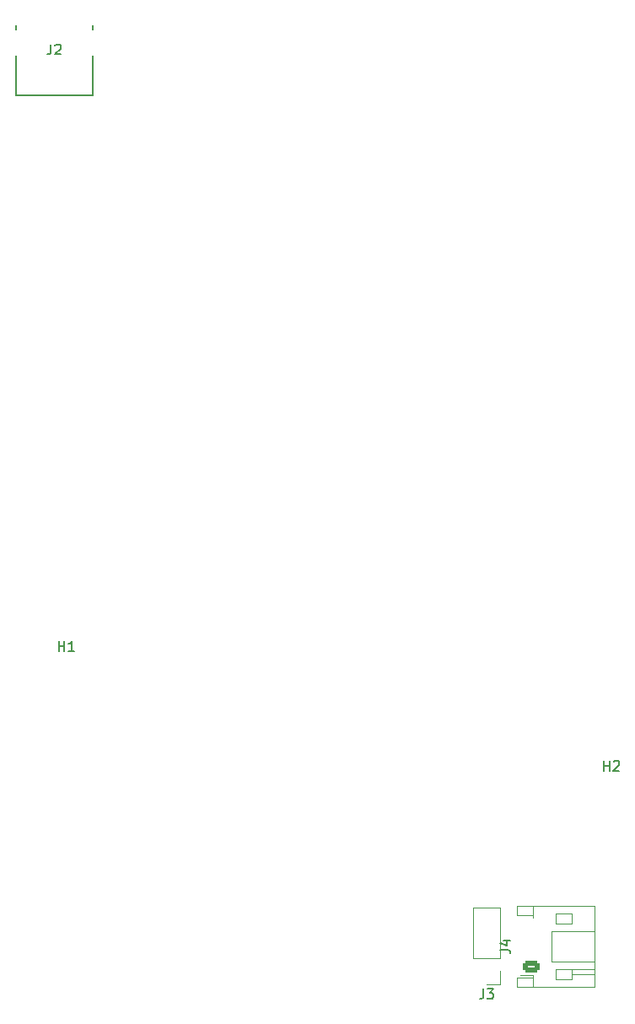
<source format=gbr>
%TF.GenerationSoftware,KiCad,Pcbnew,8.0.8*%
%TF.CreationDate,2025-02-22T00:27:14-08:00*%
%TF.ProjectId,1_2og_repro,315f326f-675f-4726-9570-726f2e6b6963,rev?*%
%TF.SameCoordinates,Original*%
%TF.FileFunction,Legend,Top*%
%TF.FilePolarity,Positive*%
%FSLAX46Y46*%
G04 Gerber Fmt 4.6, Leading zero omitted, Abs format (unit mm)*
G04 Created by KiCad (PCBNEW 8.0.8) date 2025-02-22 00:27:14*
%MOMM*%
%LPD*%
G01*
G04 APERTURE LIST*
G04 Aperture macros list*
%AMRoundRect*
0 Rectangle with rounded corners*
0 $1 Rounding radius*
0 $2 $3 $4 $5 $6 $7 $8 $9 X,Y pos of 4 corners*
0 Add a 4 corners polygon primitive as box body*
4,1,4,$2,$3,$4,$5,$6,$7,$8,$9,$2,$3,0*
0 Add four circle primitives for the rounded corners*
1,1,$1+$1,$2,$3*
1,1,$1+$1,$4,$5*
1,1,$1+$1,$6,$7*
1,1,$1+$1,$8,$9*
0 Add four rect primitives between the rounded corners*
20,1,$1+$1,$2,$3,$4,$5,0*
20,1,$1+$1,$4,$5,$6,$7,0*
20,1,$1+$1,$6,$7,$8,$9,0*
20,1,$1+$1,$8,$9,$2,$3,0*%
G04 Aperture macros list end*
%ADD10C,0.150000*%
%ADD11C,0.120000*%
%ADD12C,0.000000*%
%ADD13C,1.750000*%
%ADD14C,3.987800*%
%ADD15C,6.000000*%
%ADD16O,1.750000X1.200000*%
%ADD17RoundRect,0.250000X0.625000X-0.350000X0.625000X0.350000X-0.625000X0.350000X-0.625000X-0.350000X0*%
%ADD18O,1.700000X2.700000*%
%ADD19C,3.048000*%
%ADD20O,1.700000X1.700000*%
%ADD21R,1.700000X1.700000*%
G04 APERTURE END LIST*
D10*
X276822226Y-56578652D02*
X276822226Y-55578652D01*
X276822226Y-56054842D02*
X277393654Y-56054842D01*
X277393654Y-56578652D02*
X277393654Y-55578652D01*
X278393654Y-56578652D02*
X277822226Y-56578652D01*
X278107940Y-56578652D02*
X278107940Y-55578652D01*
X278107940Y-55578652D02*
X278012702Y-55721509D01*
X278012702Y-55721509D02*
X277917464Y-55816747D01*
X277917464Y-55816747D02*
X277822226Y-55864366D01*
X321168923Y-86569723D02*
X321883208Y-86569723D01*
X321883208Y-86569723D02*
X322026065Y-86617342D01*
X322026065Y-86617342D02*
X322121304Y-86712580D01*
X322121304Y-86712580D02*
X322168923Y-86855437D01*
X322168923Y-86855437D02*
X322168923Y-86950675D01*
X321502256Y-85664961D02*
X322168923Y-85664961D01*
X321121304Y-85903056D02*
X321835589Y-86141151D01*
X321835589Y-86141151D02*
X321835589Y-85522104D01*
X276037885Y4314791D02*
X276037885Y3600506D01*
X276037885Y3600506D02*
X275990266Y3457649D01*
X275990266Y3457649D02*
X275895028Y3362410D01*
X275895028Y3362410D02*
X275752171Y3314791D01*
X275752171Y3314791D02*
X275656933Y3314791D01*
X276466457Y4219553D02*
X276514076Y4267172D01*
X276514076Y4267172D02*
X276609314Y4314791D01*
X276609314Y4314791D02*
X276847409Y4314791D01*
X276847409Y4314791D02*
X276942647Y4267172D01*
X276942647Y4267172D02*
X276990266Y4219553D01*
X276990266Y4219553D02*
X277037885Y4124315D01*
X277037885Y4124315D02*
X277037885Y4029077D01*
X277037885Y4029077D02*
X276990266Y3886220D01*
X276990266Y3886220D02*
X276418838Y3314791D01*
X276418838Y3314791D02*
X277037885Y3314791D01*
X331539265Y-68600781D02*
X331539265Y-67600781D01*
X331539265Y-68076971D02*
X332110693Y-68076971D01*
X332110693Y-68600781D02*
X332110693Y-67600781D01*
X332539265Y-67696019D02*
X332586884Y-67648400D01*
X332586884Y-67648400D02*
X332682122Y-67600781D01*
X332682122Y-67600781D02*
X332920217Y-67600781D01*
X332920217Y-67600781D02*
X333015455Y-67648400D01*
X333015455Y-67648400D02*
X333063074Y-67696019D01*
X333063074Y-67696019D02*
X333110693Y-67791257D01*
X333110693Y-67791257D02*
X333110693Y-67886495D01*
X333110693Y-67886495D02*
X333063074Y-68029352D01*
X333063074Y-68029352D02*
X332491646Y-68600781D01*
X332491646Y-68600781D02*
X333110693Y-68600781D01*
X319447885Y-90500838D02*
X319447885Y-91215123D01*
X319447885Y-91215123D02*
X319400266Y-91357980D01*
X319400266Y-91357980D02*
X319305028Y-91453219D01*
X319305028Y-91453219D02*
X319162171Y-91500838D01*
X319162171Y-91500838D02*
X319066933Y-91500838D01*
X319828838Y-90500838D02*
X320447885Y-90500838D01*
X320447885Y-90500838D02*
X320114552Y-90881790D01*
X320114552Y-90881790D02*
X320257409Y-90881790D01*
X320257409Y-90881790D02*
X320352647Y-90929409D01*
X320352647Y-90929409D02*
X320400266Y-90977028D01*
X320400266Y-90977028D02*
X320447885Y-91072266D01*
X320447885Y-91072266D02*
X320447885Y-91310361D01*
X320447885Y-91310361D02*
X320400266Y-91405599D01*
X320400266Y-91405599D02*
X320352647Y-91453219D01*
X320352647Y-91453219D02*
X320257409Y-91500838D01*
X320257409Y-91500838D02*
X319971695Y-91500838D01*
X319971695Y-91500838D02*
X319876457Y-91453219D01*
X319876457Y-91453219D02*
X319828838Y-91405599D01*
D11*
%TO.C,J4*%
X330624104Y-90296390D02*
X330624104Y-82176390D01*
X330624104Y-87736390D02*
X326264104Y-87736390D01*
X330624104Y-82176390D02*
X322804104Y-82176390D01*
X328364104Y-89536390D02*
X328364104Y-88536390D01*
X328364104Y-89036390D02*
X330624104Y-89036390D01*
X328364104Y-88536390D02*
X330624104Y-88536390D01*
X328364104Y-88536390D02*
X326764104Y-88536390D01*
X328364104Y-83936390D02*
X326764104Y-83936390D01*
X328364104Y-82936390D02*
X328364104Y-83936390D01*
X326764104Y-89536390D02*
X328364104Y-89536390D01*
X326764104Y-88536390D02*
X326764104Y-89536390D01*
X326764104Y-83936390D02*
X326764104Y-82936390D01*
X326764104Y-82936390D02*
X328364104Y-82936390D01*
X326264104Y-87736390D02*
X326264104Y-84736390D01*
X326264104Y-84736390D02*
X330624104Y-84736390D01*
X324404104Y-90296390D02*
X324404104Y-89376390D01*
X324404104Y-89376390D02*
X322804104Y-89376390D01*
X324404104Y-89096390D02*
X324404104Y-89376390D01*
X324404104Y-89096390D02*
X323189104Y-89096390D01*
X324404104Y-83096390D02*
X324404104Y-83376390D01*
X324404104Y-82176390D02*
X324404104Y-83096390D01*
X322804104Y-90296390D02*
X330624104Y-90296390D01*
X322804104Y-89376390D02*
X322804104Y-90296390D01*
X322804104Y-83096390D02*
X324404104Y-83096390D01*
X322804104Y-82176390D02*
X322804104Y-83096390D01*
D10*
%TO.C,J2*%
X280221219Y-780390D02*
X272521219Y-780390D01*
X280221219Y6219610D02*
X280221219Y-780390D01*
X272521219Y-780390D02*
X272521219Y6219610D01*
D11*
%TO.C,J3*%
X321111219Y-90046019D02*
X319781219Y-90046019D01*
X321111219Y-88716019D02*
X321111219Y-90046019D01*
X321111219Y-87446019D02*
X321111219Y-82306019D01*
X321111219Y-87446019D02*
X318451219Y-87446019D01*
X321111219Y-82306019D02*
X318451219Y-82306019D01*
X318451219Y-87446019D02*
X318451219Y-82306019D01*
%TD*%
%LPC*%
D12*
G36*
X90741395Y-96670296D02*
G01*
X90745355Y-96671632D01*
X90750010Y-96674131D01*
X90755265Y-96677697D01*
X90761027Y-96682233D01*
X90767203Y-96687642D01*
X90773700Y-96693827D01*
X90780426Y-96700694D01*
X90787286Y-96708145D01*
X90794187Y-96716084D01*
X90801038Y-96724414D01*
X90807743Y-96733039D01*
X90814211Y-96741862D01*
X90820347Y-96750787D01*
X90826060Y-96759719D01*
X90831255Y-96768559D01*
X90838592Y-96782408D01*
X90845388Y-96796940D01*
X90851688Y-96812417D01*
X90857536Y-96829103D01*
X90862978Y-96847259D01*
X90868060Y-96867148D01*
X90877322Y-96913174D01*
X90885684Y-96969282D01*
X90893507Y-97037572D01*
X90901154Y-97120141D01*
X90908986Y-97219091D01*
X90918225Y-97347482D01*
X90926195Y-97450509D01*
X90933536Y-97533678D01*
X90940891Y-97602497D01*
X90948901Y-97662469D01*
X90958209Y-97719101D01*
X90969456Y-97777899D01*
X90983285Y-97844369D01*
X90994665Y-97895584D01*
X91005021Y-97940001D01*
X91014930Y-97979525D01*
X91024965Y-98016064D01*
X91035701Y-98051525D01*
X91047711Y-98087814D01*
X91061570Y-98126836D01*
X91077853Y-98170501D01*
X91141019Y-98330279D01*
X91210039Y-98488365D01*
X91284639Y-98644395D01*
X91364554Y-98797997D01*
X91449512Y-98948805D01*
X91539242Y-99096451D01*
X91633476Y-99240567D01*
X91731945Y-99380784D01*
X91834377Y-99516736D01*
X91940504Y-99648054D01*
X92050057Y-99774370D01*
X92162763Y-99895316D01*
X92278355Y-100010524D01*
X92396563Y-100119626D01*
X92517117Y-100222254D01*
X92639747Y-100318041D01*
X92706813Y-100366705D01*
X92774583Y-100413446D01*
X92843496Y-100458470D01*
X92913992Y-100501982D01*
X92986507Y-100544187D01*
X93061483Y-100585292D01*
X93139354Y-100625502D01*
X93220563Y-100665019D01*
X93305547Y-100704052D01*
X93394743Y-100742805D01*
X93587529Y-100820291D01*
X93802431Y-100899120D01*
X94042956Y-100980936D01*
X94446193Y-101106955D01*
X94841627Y-101216604D01*
X95234791Y-101310888D01*
X95631208Y-101390809D01*
X96036408Y-101457365D01*
X96455917Y-101511561D01*
X96895265Y-101554397D01*
X97359979Y-101586877D01*
X97792013Y-101608187D01*
X98196733Y-101620005D01*
X98578399Y-101622182D01*
X98941271Y-101614577D01*
X99289605Y-101597045D01*
X99627663Y-101569440D01*
X99959703Y-101531617D01*
X100289985Y-101483434D01*
X100468874Y-101452678D01*
X100659875Y-101416970D01*
X101074569Y-101331430D01*
X101526770Y-101228281D01*
X102009182Y-101108990D01*
X102724631Y-100923894D01*
X102869435Y-100885859D01*
X105383506Y-100885859D01*
X105384802Y-100889752D01*
X105387200Y-100894594D01*
X105390637Y-100900307D01*
X105395048Y-100906820D01*
X105400370Y-100914059D01*
X105406536Y-100921949D01*
X105421146Y-100939396D01*
X105438365Y-100958569D01*
X105457674Y-100978883D01*
X105478560Y-100999750D01*
X105500505Y-101020581D01*
X105517708Y-101035874D01*
X105536541Y-101051543D01*
X105557037Y-101067605D01*
X105579230Y-101084080D01*
X105628837Y-101118339D01*
X105685623Y-101154463D01*
X105749853Y-101192597D01*
X105821788Y-101232886D01*
X105901694Y-101275475D01*
X105989834Y-101320509D01*
X106127449Y-101390265D01*
X106263846Y-101461601D01*
X106403121Y-101536826D01*
X106549366Y-101618251D01*
X106706675Y-101708186D01*
X106879144Y-101808943D01*
X107285934Y-102052156D01*
X107745370Y-102325978D01*
X107793689Y-102354817D01*
X107846315Y-102386966D01*
X107901550Y-102421350D01*
X107957697Y-102456893D01*
X108013058Y-102492518D01*
X108065937Y-102527150D01*
X108114635Y-102559712D01*
X108157456Y-102589128D01*
X108197510Y-102616880D01*
X108238280Y-102644671D01*
X108278624Y-102671749D01*
X108317400Y-102697365D01*
X108353465Y-102720767D01*
X108385678Y-102741206D01*
X108412895Y-102757930D01*
X108433975Y-102770190D01*
X108461312Y-102785034D01*
X108488703Y-102799167D01*
X108515911Y-102812507D01*
X108542702Y-102824972D01*
X108568842Y-102836483D01*
X108594094Y-102846958D01*
X108618224Y-102856315D01*
X108640996Y-102864476D01*
X108662176Y-102871359D01*
X108681530Y-102876882D01*
X108698820Y-102880966D01*
X108713811Y-102883529D01*
X108720372Y-102884215D01*
X108726270Y-102884491D01*
X108731476Y-102884346D01*
X108735961Y-102883771D01*
X108739696Y-102882756D01*
X108742649Y-102881288D01*
X108744794Y-102879360D01*
X108746099Y-102876962D01*
X108747955Y-102861783D01*
X108746836Y-102835703D01*
X108736630Y-102755393D01*
X108717395Y-102645135D01*
X108691046Y-102514030D01*
X108659496Y-102371182D01*
X108624659Y-102225694D01*
X108588448Y-102086668D01*
X108552777Y-101963209D01*
X108383481Y-101423436D01*
X108203011Y-100872850D01*
X108017540Y-100329753D01*
X107833239Y-99812442D01*
X107791251Y-99698151D01*
X107756864Y-99603715D01*
X107733470Y-99538726D01*
X107727375Y-99521171D01*
X107724459Y-99512774D01*
X107724338Y-99512464D01*
X107724115Y-99512183D01*
X107723372Y-99511701D01*
X107722250Y-99511328D01*
X107720771Y-99511064D01*
X107718956Y-99510909D01*
X107716826Y-99510862D01*
X107714401Y-99510923D01*
X107711704Y-99511090D01*
X107705574Y-99511743D01*
X107698603Y-99512818D01*
X107690960Y-99514310D01*
X107682814Y-99516216D01*
X107664439Y-99520962D01*
X107645349Y-99526884D01*
X107625459Y-99534034D01*
X107604680Y-99542460D01*
X107582926Y-99552214D01*
X107560110Y-99563345D01*
X107510942Y-99589942D01*
X107456480Y-99622650D01*
X107396027Y-99661873D01*
X107328888Y-99708011D01*
X107254365Y-99761468D01*
X107144902Y-99840087D01*
X107021958Y-99923686D01*
X106869271Y-100023243D01*
X106670577Y-100149739D01*
X106581612Y-100205405D01*
X106500120Y-100255172D01*
X106423400Y-100300543D01*
X106348749Y-100343023D01*
X106273465Y-100384117D01*
X106194845Y-100425327D01*
X106110188Y-100468159D01*
X106016792Y-100514116D01*
X105887246Y-100578431D01*
X105766928Y-100640669D01*
X105658420Y-100699317D01*
X105609403Y-100726825D01*
X105564307Y-100752868D01*
X105523458Y-100777258D01*
X105487176Y-100799807D01*
X105455786Y-100820327D01*
X105429608Y-100838626D01*
X105408969Y-100854519D01*
X105394191Y-100867814D01*
X105389100Y-100873428D01*
X105385595Y-100878324D01*
X105383717Y-100882475D01*
X105383506Y-100885859D01*
X102869435Y-100885859D01*
X103235197Y-100789786D01*
X103739144Y-100649361D01*
X104208688Y-100508788D01*
X104647066Y-100366852D01*
X105057520Y-100222335D01*
X105443287Y-100074021D01*
X105807606Y-99920693D01*
X106153715Y-99761134D01*
X106484855Y-99594127D01*
X106630084Y-99515569D01*
X106748559Y-99448054D01*
X108071363Y-99448054D01*
X108091349Y-99542085D01*
X108110184Y-99624465D01*
X108133869Y-99716940D01*
X108162686Y-99820435D01*
X108196915Y-99935870D01*
X108282732Y-100206254D01*
X108393568Y-100535479D01*
X108421604Y-100617645D01*
X108444298Y-100685668D01*
X108462704Y-100743149D01*
X108477868Y-100793691D01*
X108490845Y-100840892D01*
X108502683Y-100888358D01*
X108514433Y-100939688D01*
X108527147Y-100998484D01*
X108557118Y-101127023D01*
X108605296Y-101307819D01*
X108682935Y-101581083D01*
X108801285Y-101987027D01*
X108967243Y-102551459D01*
X109018743Y-102723759D01*
X109033286Y-102770897D01*
X109039083Y-102787637D01*
X109040144Y-102787915D01*
X109041740Y-102787744D01*
X109046440Y-102786124D01*
X109052979Y-102782922D01*
X109061157Y-102778282D01*
X109081622Y-102765266D01*
X109106221Y-102748233D01*
X109133339Y-102728340D01*
X109161362Y-102706744D01*
X109188679Y-102684601D01*
X109213672Y-102663067D01*
X109247875Y-102631076D01*
X109281260Y-102597465D01*
X109313853Y-102562189D01*
X109345679Y-102525204D01*
X109376762Y-102486464D01*
X109407127Y-102445925D01*
X109436799Y-102403541D01*
X109465802Y-102359268D01*
X109494161Y-102313060D01*
X109521902Y-102264875D01*
X109549049Y-102214664D01*
X109575627Y-102162385D01*
X109601660Y-102107992D01*
X109627174Y-102051440D01*
X109652193Y-101992686D01*
X109676742Y-101931681D01*
X109702402Y-101865303D01*
X109725984Y-101801522D01*
X109748390Y-101737483D01*
X109770526Y-101670332D01*
X109793295Y-101597213D01*
X109817602Y-101515273D01*
X109874447Y-101313506D01*
X109928157Y-101119730D01*
X109965971Y-100984787D01*
X109971766Y-100964562D01*
X109977579Y-100942632D01*
X109983263Y-100919695D01*
X109988668Y-100896446D01*
X109993650Y-100873585D01*
X109998058Y-100851805D01*
X110001745Y-100831807D01*
X110004564Y-100814286D01*
X110007860Y-100791074D01*
X110010136Y-100770965D01*
X110010870Y-100761710D01*
X110011324Y-100752797D01*
X110011489Y-100744080D01*
X110011357Y-100735414D01*
X110010920Y-100726654D01*
X110010169Y-100717656D01*
X110009097Y-100708275D01*
X110007694Y-100698366D01*
X110005954Y-100687782D01*
X110003865Y-100676382D01*
X109998616Y-100650549D01*
X109993158Y-100624218D01*
X109990659Y-100612996D01*
X109988246Y-100602895D01*
X109985870Y-100593785D01*
X109983481Y-100585535D01*
X109981026Y-100578014D01*
X109978457Y-100571093D01*
X109975724Y-100564641D01*
X109972776Y-100558525D01*
X109969563Y-100552616D01*
X109966035Y-100546783D01*
X109962141Y-100540897D01*
X109957832Y-100534825D01*
X109953056Y-100528437D01*
X109947765Y-100521603D01*
X109938642Y-100510484D01*
X109928823Y-100499393D01*
X109918254Y-100488288D01*
X109906879Y-100477125D01*
X109894642Y-100465859D01*
X109881488Y-100454447D01*
X109867361Y-100442846D01*
X109852207Y-100431011D01*
X109835968Y-100418901D01*
X109818589Y-100406469D01*
X109800017Y-100393673D01*
X109780194Y-100380470D01*
X109736575Y-100352664D01*
X109687288Y-100322704D01*
X109622421Y-100282378D01*
X109533401Y-100225464D01*
X109431981Y-100159519D01*
X109329911Y-100092107D01*
X109217769Y-100017482D01*
X109115601Y-99950807D01*
X109021073Y-99890644D01*
X108931849Y-99835556D01*
X108845597Y-99784105D01*
X108759983Y-99734855D01*
X108672669Y-99686365D01*
X108581324Y-99637202D01*
X108497863Y-99593401D01*
X108427024Y-99557040D01*
X108367273Y-99527408D01*
X108341077Y-99514895D01*
X108317076Y-99503798D01*
X108295079Y-99494029D01*
X108274896Y-99485500D01*
X108256334Y-99478120D01*
X108239200Y-99471803D01*
X108223304Y-99466459D01*
X108208452Y-99462000D01*
X108194454Y-99458337D01*
X108181117Y-99455381D01*
X108170554Y-99453545D01*
X108159501Y-99451846D01*
X108148297Y-99450327D01*
X108137279Y-99449033D01*
X108126781Y-99448007D01*
X108117144Y-99447297D01*
X108108702Y-99446944D01*
X108105035Y-99446917D01*
X108101793Y-99446995D01*
X108071363Y-99448054D01*
X106748559Y-99448054D01*
X106774196Y-99433444D01*
X106803840Y-99415670D01*
X106918585Y-99346866D01*
X107064650Y-99254943D01*
X107213786Y-99156789D01*
X107308684Y-99091749D01*
X108188577Y-99091749D01*
X108188894Y-99101456D01*
X108189944Y-99111078D01*
X108191680Y-99120675D01*
X108194059Y-99130305D01*
X108197038Y-99140027D01*
X108203914Y-99158124D01*
X108212184Y-99175399D01*
X108222272Y-99192144D01*
X108234604Y-99208653D01*
X108249605Y-99225219D01*
X108267701Y-99242133D01*
X108289316Y-99259688D01*
X108314878Y-99278178D01*
X108344810Y-99297893D01*
X108379538Y-99319127D01*
X108419489Y-99342173D01*
X108465087Y-99367323D01*
X108574925Y-99425108D01*
X108712456Y-99494820D01*
X108867726Y-99573135D01*
X108994093Y-99638108D01*
X109097887Y-99693426D01*
X109143299Y-99718615D01*
X109185441Y-99742770D01*
X109225105Y-99766355D01*
X109263082Y-99789827D01*
X109300164Y-99813647D01*
X109337143Y-99838277D01*
X109413952Y-99891808D01*
X109499839Y-99954102D01*
X109587551Y-100017662D01*
X109627451Y-100045735D01*
X109664984Y-100071491D01*
X109700352Y-100095042D01*
X109733759Y-100116507D01*
X109765409Y-100136000D01*
X109795502Y-100153635D01*
X109824243Y-100169531D01*
X109851833Y-100183800D01*
X109878476Y-100196559D01*
X109904376Y-100207923D01*
X109929734Y-100218007D01*
X109954754Y-100226927D01*
X109979637Y-100234798D01*
X110004588Y-100241735D01*
X110054399Y-100255491D01*
X110078590Y-100152972D01*
X110098543Y-100068478D01*
X110106682Y-100031087D01*
X110113625Y-99996471D01*
X110119395Y-99964281D01*
X110124009Y-99934171D01*
X110127492Y-99905791D01*
X110129862Y-99878793D01*
X110131143Y-99852829D01*
X110131355Y-99827554D01*
X110130519Y-99802617D01*
X110128655Y-99777670D01*
X110125786Y-99752368D01*
X110121933Y-99726359D01*
X110117116Y-99699300D01*
X110111357Y-99670839D01*
X110093743Y-99596941D01*
X110083497Y-99561324D01*
X110071847Y-99525717D01*
X110058457Y-99489461D01*
X110042995Y-99451894D01*
X110025126Y-99412359D01*
X110004513Y-99370196D01*
X109953727Y-99275349D01*
X109887962Y-99162077D01*
X109804543Y-99025107D01*
X109700796Y-98859163D01*
X109678185Y-98822411D01*
X109653833Y-98781644D01*
X109602861Y-98693227D01*
X109553796Y-98604235D01*
X109531827Y-98562750D01*
X109512552Y-98524992D01*
X109488094Y-98476447D01*
X109464847Y-98431635D01*
X109456710Y-98416485D01*
X109442711Y-98390424D01*
X109424793Y-98358411D01*
X109637697Y-98358411D01*
X109640053Y-98377515D01*
X109644809Y-98398253D01*
X109652011Y-98420738D01*
X109661701Y-98445082D01*
X109673920Y-98471399D01*
X109688711Y-98499799D01*
X109706117Y-98530397D01*
X109726180Y-98563303D01*
X109748942Y-98598631D01*
X109774445Y-98636494D01*
X109802733Y-98677003D01*
X109834467Y-98723229D01*
X109873998Y-98782676D01*
X109916220Y-98847636D01*
X109956034Y-98910404D01*
X109992185Y-98967807D01*
X110024491Y-99018252D01*
X110049448Y-99056396D01*
X110058077Y-99069185D01*
X110063554Y-99076897D01*
X110082676Y-99098980D01*
X110103992Y-99059285D01*
X110109667Y-99047863D01*
X110115313Y-99035046D01*
X110120889Y-99020984D01*
X110126357Y-99005827D01*
X110131676Y-98989724D01*
X110136808Y-98972824D01*
X110146350Y-98937237D01*
X110154668Y-98900260D01*
X110158268Y-98881626D01*
X110161444Y-98863094D01*
X110164155Y-98844814D01*
X110166364Y-98826935D01*
X110168028Y-98809608D01*
X110169110Y-98792981D01*
X110169601Y-98774020D01*
X110169427Y-98753974D01*
X110168571Y-98732805D01*
X110167013Y-98710475D01*
X110164737Y-98686946D01*
X110161720Y-98662179D01*
X110157947Y-98636136D01*
X110153398Y-98608779D01*
X110146886Y-98573411D01*
X110139854Y-98540629D01*
X110132218Y-98510303D01*
X110128148Y-98496024D01*
X110123897Y-98482310D01*
X110119453Y-98469147D01*
X110114808Y-98456518D01*
X110109949Y-98444408D01*
X110104868Y-98432801D01*
X110099553Y-98421681D01*
X110093994Y-98411032D01*
X110088182Y-98400838D01*
X110082105Y-98391082D01*
X110075754Y-98381749D01*
X110069117Y-98372824D01*
X110062186Y-98364288D01*
X110054949Y-98356129D01*
X110047396Y-98348327D01*
X110039516Y-98340870D01*
X110031300Y-98333739D01*
X110022737Y-98326919D01*
X110013816Y-98320396D01*
X110004528Y-98314151D01*
X109994862Y-98308169D01*
X109984808Y-98302434D01*
X109974356Y-98296931D01*
X109963495Y-98291644D01*
X109952214Y-98286555D01*
X109940504Y-98281650D01*
X109924749Y-98275746D01*
X109908071Y-98269976D01*
X109890992Y-98264502D01*
X109874031Y-98259489D01*
X109857710Y-98255099D01*
X109842551Y-98251499D01*
X109835568Y-98250047D01*
X109829072Y-98248853D01*
X109823127Y-98247938D01*
X109817796Y-98247323D01*
X109805188Y-98246219D01*
X109792672Y-98245642D01*
X109780305Y-98245573D01*
X109768149Y-98245999D01*
X109756264Y-98246900D01*
X109744708Y-98248260D01*
X109733542Y-98250064D01*
X109722826Y-98252294D01*
X109712621Y-98254932D01*
X109702984Y-98257964D01*
X109693976Y-98261371D01*
X109685659Y-98265139D01*
X109678090Y-98269248D01*
X109671330Y-98273684D01*
X109668272Y-98276019D01*
X109665439Y-98278429D01*
X109662838Y-98280912D01*
X109660476Y-98283466D01*
X109651455Y-98296087D01*
X109644623Y-98309779D01*
X109640026Y-98324655D01*
X109637703Y-98340828D01*
X109637697Y-98358411D01*
X109424793Y-98358411D01*
X109421588Y-98352685D01*
X109401382Y-98318285D01*
X109381994Y-98287094D01*
X109363326Y-98258980D01*
X109345280Y-98233813D01*
X109336460Y-98222293D01*
X109327759Y-98211460D01*
X109319164Y-98201299D01*
X109310664Y-98191793D01*
X109302245Y-98182924D01*
X109293897Y-98174679D01*
X109285606Y-98167038D01*
X109277362Y-98159986D01*
X109269150Y-98153508D01*
X109260959Y-98147585D01*
X109252778Y-98142202D01*
X109244592Y-98137343D01*
X109236391Y-98132991D01*
X109228162Y-98129131D01*
X109219893Y-98125744D01*
X109211571Y-98122816D01*
X109195924Y-98118274D01*
X109180576Y-98115195D01*
X109165439Y-98113621D01*
X109150427Y-98113595D01*
X109135453Y-98115164D01*
X109120429Y-98118367D01*
X109105267Y-98123253D01*
X109089882Y-98129861D01*
X109074185Y-98138235D01*
X109058091Y-98148422D01*
X109041510Y-98160462D01*
X109024358Y-98174401D01*
X109006545Y-98190283D01*
X108987986Y-98208148D01*
X108968593Y-98228044D01*
X108948278Y-98250011D01*
X108880422Y-98323548D01*
X108847445Y-98357981D01*
X108812618Y-98393355D01*
X108774079Y-98431548D01*
X108729967Y-98474434D01*
X108617566Y-98581784D01*
X108547300Y-98648750D01*
X108484545Y-98709234D01*
X108428946Y-98763709D01*
X108380153Y-98812647D01*
X108337812Y-98856521D01*
X108318949Y-98876707D01*
X108301569Y-98895804D01*
X108285625Y-98913871D01*
X108271073Y-98930967D01*
X108257870Y-98947151D01*
X108245971Y-98962482D01*
X108235333Y-98977021D01*
X108225911Y-98990824D01*
X108217662Y-99003952D01*
X108210540Y-99016464D01*
X108204503Y-99028419D01*
X108199506Y-99039875D01*
X108195505Y-99050892D01*
X108192455Y-99061529D01*
X108190314Y-99071845D01*
X108189035Y-99081899D01*
X108188577Y-99091749D01*
X107308684Y-99091749D01*
X107367389Y-99051515D01*
X107526855Y-98938232D01*
X107693581Y-98816053D01*
X108138736Y-98478663D01*
X108377697Y-98295582D01*
X108470482Y-98223145D01*
X108484078Y-98212531D01*
X108484380Y-98211876D01*
X108484366Y-98211123D01*
X108484042Y-98210275D01*
X108483414Y-98209336D01*
X108481269Y-98207196D01*
X108477981Y-98204726D01*
X108473597Y-98201950D01*
X108468166Y-98198891D01*
X108454360Y-98192024D01*
X108436952Y-98184316D01*
X108416331Y-98175960D01*
X108392887Y-98167147D01*
X108367010Y-98158070D01*
X108348753Y-98152343D01*
X108324626Y-98145848D01*
X108295648Y-98138797D01*
X108262836Y-98131411D01*
X108227211Y-98123904D01*
X108189788Y-98116493D01*
X108151587Y-98109396D01*
X108113626Y-98102829D01*
X107931102Y-98071297D01*
X107945863Y-98047421D01*
X107950229Y-98040878D01*
X107955525Y-98034088D01*
X107961688Y-98027101D01*
X107968655Y-98019965D01*
X107976360Y-98012730D01*
X107984743Y-98005445D01*
X107993737Y-97998160D01*
X108003281Y-97990924D01*
X108013310Y-97983783D01*
X108023762Y-97976790D01*
X108034573Y-97969993D01*
X108045678Y-97963441D01*
X108053170Y-97959306D01*
X109678719Y-97959306D01*
X109678778Y-97962592D01*
X109679446Y-97966171D01*
X109680700Y-97970019D01*
X109682508Y-97974110D01*
X109684842Y-97978422D01*
X109687678Y-97982930D01*
X109694731Y-97992437D01*
X109703445Y-98002440D01*
X109713595Y-98012745D01*
X109724954Y-98023160D01*
X109737301Y-98033493D01*
X109750409Y-98043549D01*
X109764054Y-98053138D01*
X109778011Y-98062065D01*
X109792056Y-98070139D01*
X109805966Y-98077168D01*
X109819513Y-98082957D01*
X109826082Y-98085327D01*
X109832476Y-98087315D01*
X109844412Y-98089891D01*
X109857555Y-98091612D01*
X109871775Y-98092499D01*
X109886945Y-98092573D01*
X109902933Y-98091854D01*
X109919613Y-98090365D01*
X109936854Y-98088123D01*
X109954526Y-98085153D01*
X109972504Y-98081474D01*
X109990656Y-98077105D01*
X110008852Y-98072071D01*
X110026967Y-98066389D01*
X110044869Y-98060081D01*
X110062429Y-98053168D01*
X110079520Y-98045671D01*
X110096010Y-98037611D01*
X110117506Y-98026410D01*
X110126213Y-98021757D01*
X110133662Y-98017632D01*
X110136939Y-98015745D01*
X110139929Y-98013961D01*
X110142643Y-98012270D01*
X110145089Y-98010664D01*
X110147279Y-98009132D01*
X110149220Y-98007665D01*
X110150922Y-98006254D01*
X110152396Y-98004888D01*
X110153650Y-98003558D01*
X110154694Y-98002254D01*
X110155538Y-98000969D01*
X110156190Y-97999689D01*
X110156661Y-97998407D01*
X110156960Y-97997114D01*
X110157097Y-97995799D01*
X110157082Y-97994452D01*
X110156922Y-97993065D01*
X110156629Y-97991628D01*
X110156211Y-97990130D01*
X110155679Y-97988562D01*
X110155040Y-97986916D01*
X110154306Y-97985180D01*
X110152590Y-97981403D01*
X110149135Y-97974650D01*
X110145006Y-97967658D01*
X110140274Y-97960495D01*
X110135007Y-97953231D01*
X110129273Y-97945934D01*
X110123140Y-97938673D01*
X110116679Y-97931516D01*
X110109957Y-97924532D01*
X110103044Y-97917790D01*
X110096008Y-97911358D01*
X110088917Y-97905303D01*
X110081842Y-97899697D01*
X110074849Y-97894607D01*
X110068008Y-97890100D01*
X110061389Y-97886248D01*
X110055058Y-97883116D01*
X110051722Y-97881758D01*
X110048060Y-97880401D01*
X110039909Y-97877729D01*
X110030896Y-97875177D01*
X110021311Y-97872821D01*
X110011447Y-97870735D01*
X110001592Y-97868996D01*
X109992038Y-97867678D01*
X109987465Y-97867202D01*
X109983076Y-97866860D01*
X109978326Y-97866539D01*
X109973070Y-97866375D01*
X109961247Y-97866499D01*
X109948026Y-97867194D01*
X109933819Y-97868425D01*
X109919043Y-97870159D01*
X109904112Y-97872360D01*
X109889441Y-97874989D01*
X109875447Y-97878015D01*
X109862304Y-97881203D01*
X109848196Y-97885021D01*
X109833357Y-97889377D01*
X109818022Y-97894181D01*
X109786798Y-97904767D01*
X109756400Y-97916056D01*
X109728702Y-97927320D01*
X109716451Y-97932716D01*
X109705578Y-97937833D01*
X109696316Y-97942581D01*
X109688902Y-97946870D01*
X109683569Y-97950608D01*
X109681755Y-97952242D01*
X109680549Y-97953705D01*
X109679300Y-97956335D01*
X109678719Y-97959306D01*
X108053170Y-97959306D01*
X108057015Y-97957184D01*
X108068520Y-97951269D01*
X108080130Y-97945748D01*
X108091780Y-97940667D01*
X108107578Y-97934571D01*
X108126273Y-97928459D01*
X108171314Y-97916365D01*
X108224821Y-97904733D01*
X108284713Y-97893910D01*
X108348908Y-97884243D01*
X108415324Y-97876080D01*
X108481881Y-97869767D01*
X108546496Y-97865653D01*
X108736575Y-97852470D01*
X108933081Y-97830143D01*
X109133988Y-97799104D01*
X109337277Y-97759782D01*
X109540926Y-97712606D01*
X109742913Y-97658008D01*
X109941215Y-97596416D01*
X110133811Y-97528259D01*
X110206199Y-97500366D01*
X110268976Y-97475382D01*
X110325148Y-97451929D01*
X110377718Y-97428629D01*
X110429689Y-97404103D01*
X110484065Y-97376973D01*
X110543850Y-97345863D01*
X110612048Y-97309392D01*
X110712897Y-97255693D01*
X110758355Y-97232262D01*
X110800821Y-97210985D01*
X110840534Y-97191767D01*
X110877733Y-97174514D01*
X110912656Y-97159131D01*
X110945541Y-97145524D01*
X110976630Y-97133600D01*
X111006159Y-97123263D01*
X111034366Y-97114419D01*
X111061493Y-97106973D01*
X111087777Y-97100832D01*
X111113457Y-97095901D01*
X111138772Y-97092087D01*
X111163960Y-97089293D01*
X111180226Y-97087848D01*
X111196178Y-97086756D01*
X111211718Y-97086004D01*
X111226751Y-97085583D01*
X111241181Y-97085479D01*
X111254911Y-97085683D01*
X111267847Y-97086182D01*
X111279890Y-97086967D01*
X111290945Y-97088024D01*
X111300917Y-97089345D01*
X111309708Y-97090916D01*
X111317222Y-97092726D01*
X111320471Y-97093717D01*
X111323364Y-97094764D01*
X111325890Y-97095866D01*
X111328037Y-97097020D01*
X111329793Y-97098226D01*
X111331146Y-97099481D01*
X111332083Y-97100786D01*
X111332593Y-97102138D01*
X111332501Y-97103768D01*
X111331657Y-97105898D01*
X111327820Y-97111570D01*
X111321286Y-97118988D01*
X111312264Y-97127986D01*
X111287576Y-97150061D01*
X111255411Y-97176474D01*
X111217419Y-97205900D01*
X111175256Y-97237016D01*
X111130569Y-97268499D01*
X111085014Y-97299026D01*
X111063450Y-97312968D01*
X111036781Y-97329537D01*
X110972330Y-97368060D01*
X110900066Y-97409596D01*
X110828396Y-97449146D01*
X110770199Y-97481573D01*
X110717810Y-97512149D01*
X110670967Y-97541196D01*
X110629412Y-97569040D01*
X110610536Y-97582612D01*
X110592885Y-97596006D01*
X110576426Y-97609261D01*
X110561126Y-97622417D01*
X110546953Y-97635517D01*
X110533874Y-97648599D01*
X110521858Y-97661706D01*
X110510871Y-97674878D01*
X110500881Y-97688154D01*
X110491856Y-97701576D01*
X110483762Y-97715184D01*
X110476570Y-97729019D01*
X110470242Y-97743121D01*
X110464752Y-97757532D01*
X110460062Y-97772291D01*
X110456141Y-97787439D01*
X110452959Y-97803017D01*
X110450481Y-97819065D01*
X110448675Y-97835624D01*
X110447509Y-97852734D01*
X110446951Y-97870437D01*
X110446966Y-97888772D01*
X110448593Y-97927503D01*
X110452685Y-97984070D01*
X110458959Y-98052093D01*
X110470308Y-98159104D01*
X110489625Y-98332637D01*
X110498526Y-98405470D01*
X110512355Y-98509037D01*
X110529274Y-98629530D01*
X110547448Y-98753138D01*
X110576667Y-98948332D01*
X110594802Y-99078260D01*
X110610945Y-99212329D01*
X110634184Y-99419953D01*
X110668651Y-99740320D01*
X110682223Y-99880465D01*
X110693649Y-100010966D01*
X110703152Y-100134607D01*
X110710954Y-100254171D01*
X110717277Y-100372443D01*
X110722345Y-100492208D01*
X110726214Y-100622625D01*
X110727838Y-100750606D01*
X110727207Y-100876197D01*
X110724315Y-100999445D01*
X110719155Y-101120396D01*
X110711718Y-101239097D01*
X110701999Y-101355595D01*
X110689989Y-101469934D01*
X110675682Y-101582164D01*
X110659069Y-101692328D01*
X110640143Y-101800475D01*
X110618899Y-101906650D01*
X110595328Y-102010900D01*
X110569421Y-102113271D01*
X110541174Y-102213811D01*
X110510578Y-102312565D01*
X110470318Y-102429200D01*
X110426143Y-102542103D01*
X110377478Y-102652009D01*
X110323746Y-102759653D01*
X110264368Y-102865770D01*
X110198769Y-102971098D01*
X110126372Y-103076368D01*
X110046602Y-103182320D01*
X109958879Y-103289687D01*
X109862628Y-103399203D01*
X109757273Y-103511607D01*
X109642236Y-103627633D01*
X109516941Y-103748015D01*
X109380811Y-103873490D01*
X109233270Y-104004794D01*
X109073740Y-104142660D01*
X108852708Y-104325204D01*
X108618752Y-104506301D01*
X108365488Y-104690212D01*
X108086531Y-104881201D01*
X107775497Y-105083531D01*
X107425999Y-105301464D01*
X107031656Y-105539264D01*
X106586082Y-105801193D01*
X106188216Y-106026275D01*
X105797826Y-106234376D01*
X105416384Y-106424829D01*
X105045368Y-106596974D01*
X104686254Y-106750149D01*
X104340518Y-106883691D01*
X104009633Y-106996937D01*
X103850223Y-107045742D01*
X103695078Y-107089225D01*
X103473703Y-107139168D01*
X103093064Y-107217301D01*
X102640489Y-107306158D01*
X102203302Y-107388279D01*
X101966535Y-107429256D01*
X101735918Y-107465069D01*
X101511179Y-107495723D01*
X101292044Y-107521224D01*
X101078238Y-107541577D01*
X100869489Y-107556787D01*
X100665522Y-107566860D01*
X100466066Y-107571801D01*
X100333547Y-107572875D01*
X100217130Y-107571953D01*
X100110669Y-107568556D01*
X100008017Y-107562204D01*
X99903029Y-107552418D01*
X99789560Y-107538718D01*
X99661463Y-107520626D01*
X99512592Y-107497661D01*
X99240630Y-107456287D01*
X98947510Y-107414001D01*
X98675697Y-107374383D01*
X98426095Y-107335021D01*
X98189967Y-107294126D01*
X97958575Y-107249910D01*
X97745493Y-107205260D01*
X97723181Y-107200585D01*
X97475046Y-107144363D01*
X97205435Y-107079457D01*
X96905606Y-107004079D01*
X96795638Y-106975789D01*
X96699654Y-106950012D01*
X96613674Y-106925468D01*
X96533719Y-106900881D01*
X96455807Y-106874970D01*
X96375958Y-106846461D01*
X96290192Y-106814074D01*
X96194528Y-106776532D01*
X95944600Y-106672723D01*
X95934054Y-106668022D01*
X95821535Y-106617873D01*
X95699191Y-106560748D01*
X95577159Y-106501116D01*
X95455032Y-106438744D01*
X95332398Y-106373400D01*
X95208852Y-106304849D01*
X95007140Y-106186416D01*
X97872243Y-106186416D01*
X97873025Y-106207143D01*
X97874776Y-106227333D01*
X97875639Y-106234959D01*
X97876563Y-106242013D01*
X97877579Y-106248562D01*
X97878714Y-106254672D01*
X97879997Y-106260413D01*
X97881459Y-106265853D01*
X97883126Y-106271058D01*
X97885029Y-106276096D01*
X97887196Y-106281037D01*
X97889657Y-106285946D01*
X97892440Y-106290894D01*
X97895574Y-106295946D01*
X97899088Y-106301170D01*
X97903011Y-106306635D01*
X97907372Y-106312409D01*
X97912200Y-106318559D01*
X97919356Y-106327519D01*
X97926443Y-106335862D01*
X97933533Y-106343637D01*
X97940698Y-106350892D01*
X97948012Y-106357676D01*
X97955547Y-106364041D01*
X97963376Y-106370034D01*
X97971570Y-106375704D01*
X97980204Y-106381102D01*
X97989348Y-106386276D01*
X97999076Y-106391276D01*
X98009460Y-106396151D01*
X98020574Y-106400950D01*
X98032489Y-106405723D01*
X98045277Y-106410519D01*
X98059012Y-106415387D01*
X98089712Y-106424799D01*
X98123980Y-106433051D01*
X98162610Y-106440249D01*
X98206395Y-106446499D01*
X98256130Y-106451907D01*
X98312608Y-106456580D01*
X98376623Y-106460622D01*
X98448968Y-106464140D01*
X98487281Y-106466110D01*
X98529636Y-106468901D01*
X98620860Y-106476405D01*
X98711423Y-106485571D01*
X98752951Y-106490440D01*
X98790107Y-106495319D01*
X99076811Y-106530174D01*
X99367423Y-106554542D01*
X99658959Y-106568442D01*
X99948435Y-106571898D01*
X100232862Y-106564930D01*
X100509257Y-106547562D01*
X100774633Y-106519813D01*
X100902256Y-106502053D01*
X101026005Y-106481707D01*
X101193601Y-106451493D01*
X101183108Y-106427576D01*
X101143830Y-106345721D01*
X101126603Y-106312097D01*
X101643237Y-106312097D01*
X101644357Y-106349370D01*
X101644923Y-106354869D01*
X101645612Y-106360249D01*
X101646422Y-106365511D01*
X101647353Y-106370652D01*
X101648402Y-106375671D01*
X101649570Y-106380567D01*
X101650856Y-106385339D01*
X101652257Y-106389984D01*
X101653776Y-106394502D01*
X101655408Y-106398891D01*
X101657153Y-106403149D01*
X101659012Y-106407276D01*
X101660981Y-106411269D01*
X101663062Y-106415127D01*
X101665253Y-106418849D01*
X101667552Y-106422433D01*
X101669959Y-106425878D01*
X101672473Y-106429183D01*
X101675092Y-106432345D01*
X101677817Y-106435365D01*
X101680645Y-106438239D01*
X101683576Y-106440967D01*
X101686609Y-106443547D01*
X101689744Y-106445977D01*
X101692978Y-106448257D01*
X101696311Y-106450385D01*
X101699743Y-106452359D01*
X101703272Y-106454179D01*
X101706897Y-106455841D01*
X101710617Y-106457346D01*
X101714431Y-106458691D01*
X101718339Y-106459877D01*
X101734336Y-106462340D01*
X101756155Y-106462785D01*
X101817143Y-106457640D01*
X101901091Y-106444488D01*
X102007785Y-106423374D01*
X102137014Y-106394341D01*
X102288566Y-106357436D01*
X102462229Y-106312704D01*
X102657788Y-106260190D01*
X102768677Y-106229970D01*
X102910405Y-106192520D01*
X103212840Y-106114260D01*
X103632881Y-106005958D01*
X103804242Y-105959992D01*
X103955849Y-105917782D01*
X104092219Y-105878050D01*
X104217866Y-105839519D01*
X104337304Y-105800914D01*
X104455051Y-105760956D01*
X104528387Y-105735407D01*
X104607415Y-105708395D01*
X104744292Y-105662508D01*
X104811506Y-105639528D01*
X104843231Y-105627880D01*
X104873699Y-105616129D01*
X104902905Y-105604279D01*
X104930847Y-105592331D01*
X104957521Y-105580289D01*
X104982924Y-105568154D01*
X105007054Y-105555930D01*
X105029906Y-105543617D01*
X105051479Y-105531221D01*
X105071768Y-105518742D01*
X105090771Y-105506183D01*
X105108485Y-105493547D01*
X105124906Y-105480836D01*
X105140033Y-105468052D01*
X105153860Y-105455198D01*
X105166385Y-105442276D01*
X105177605Y-105429291D01*
X105187518Y-105416242D01*
X105196119Y-105403132D01*
X105203406Y-105389966D01*
X105209376Y-105376744D01*
X105214025Y-105363469D01*
X105217351Y-105350145D01*
X105219351Y-105336773D01*
X105220020Y-105323355D01*
X105219356Y-105309894D01*
X105217357Y-105296394D01*
X105214019Y-105282855D01*
X105209339Y-105269281D01*
X105203313Y-105255675D01*
X105194527Y-105239395D01*
X105183150Y-105221454D01*
X105169102Y-105201773D01*
X105152304Y-105180270D01*
X105110140Y-105131473D01*
X105056025Y-105074419D01*
X104989324Y-105008459D01*
X104909403Y-104932947D01*
X104815627Y-104847235D01*
X104707363Y-104750677D01*
X104454681Y-104522565D01*
X104333847Y-104409114D01*
X104207325Y-104286896D01*
X103909138Y-103988661D01*
X103503967Y-103572847D01*
X103167844Y-103227505D01*
X102919898Y-102975677D01*
X102838270Y-102893155D01*
X102753316Y-102806523D01*
X102675248Y-102726035D01*
X102614276Y-102661947D01*
X102531346Y-102574724D01*
X102456609Y-102498408D01*
X102421970Y-102464033D01*
X102388968Y-102432015D01*
X102357467Y-102402234D01*
X102327329Y-102374566D01*
X102298416Y-102348887D01*
X102270592Y-102325075D01*
X102243720Y-102303008D01*
X102217664Y-102282563D01*
X102192285Y-102263616D01*
X102167447Y-102246046D01*
X102143013Y-102229730D01*
X102118845Y-102214544D01*
X102102877Y-102205018D01*
X102088611Y-102196644D01*
X102075937Y-102189394D01*
X102070162Y-102186183D01*
X102064743Y-102183243D01*
X102059667Y-102180571D01*
X102054919Y-102178165D01*
X102050485Y-102176019D01*
X102046351Y-102174131D01*
X102042504Y-102172498D01*
X102038931Y-102171117D01*
X102035616Y-102169983D01*
X102032545Y-102169095D01*
X102029706Y-102168449D01*
X102027083Y-102168040D01*
X102024664Y-102167866D01*
X102023526Y-102167866D01*
X102022435Y-102167923D01*
X102021385Y-102168038D01*
X102020380Y-102168209D01*
X102019413Y-102168436D01*
X102018487Y-102168720D01*
X102017596Y-102169059D01*
X102016741Y-102169452D01*
X102015918Y-102169900D01*
X102015128Y-102170402D01*
X102014368Y-102170958D01*
X102013636Y-102171568D01*
X102012249Y-102172945D01*
X102010953Y-102174530D01*
X102009737Y-102176321D01*
X102008584Y-102178313D01*
X102007481Y-102180504D01*
X102006414Y-102182889D01*
X102005369Y-102185466D01*
X101988646Y-102235651D01*
X101972943Y-102297105D01*
X101958258Y-102369902D01*
X101944582Y-102454116D01*
X101931914Y-102549826D01*
X101920246Y-102657103D01*
X101909573Y-102776024D01*
X101899891Y-102906663D01*
X101892459Y-103006974D01*
X101881663Y-103136401D01*
X101868976Y-103278402D01*
X101855868Y-103416436D01*
X101813059Y-103864975D01*
X101777592Y-104274085D01*
X101744984Y-104699831D01*
X101710754Y-105198281D01*
X101692693Y-105452664D01*
X101674332Y-105692911D01*
X101667003Y-105792039D01*
X101660330Y-105894208D01*
X101649688Y-106091831D01*
X101646086Y-106179368D01*
X101643875Y-106254110D01*
X101643237Y-106312097D01*
X101126603Y-106312097D01*
X101102827Y-106265691D01*
X101057885Y-106183836D01*
X101006792Y-106096505D01*
X100947335Y-106000047D01*
X100877302Y-105890812D01*
X100794478Y-105765149D01*
X100696652Y-105619410D01*
X99946329Y-104469140D01*
X99226314Y-103346916D01*
X99149835Y-103224084D01*
X99081372Y-103117246D01*
X99050057Y-103069697D01*
X99020638Y-103025989D01*
X98993079Y-102986074D01*
X98967343Y-102949898D01*
X98943395Y-102917410D01*
X98921200Y-102888560D01*
X98900719Y-102863293D01*
X98881918Y-102841558D01*
X98864760Y-102823305D01*
X98849209Y-102808480D01*
X98835230Y-102797034D01*
X98822786Y-102788913D01*
X98817714Y-102786100D01*
X98812864Y-102783569D01*
X98808207Y-102781313D01*
X98803715Y-102779328D01*
X98799360Y-102777611D01*
X98795111Y-102776156D01*
X98790942Y-102774959D01*
X98786821Y-102774015D01*
X98782723Y-102773321D01*
X98778617Y-102772871D01*
X98774474Y-102772662D01*
X98770268Y-102772688D01*
X98765967Y-102772945D01*
X98761544Y-102773429D01*
X98756970Y-102774135D01*
X98752217Y-102775059D01*
X98739148Y-102779046D01*
X98726734Y-102785459D01*
X98714892Y-102794535D01*
X98703535Y-102806511D01*
X98692583Y-102821624D01*
X98681949Y-102840111D01*
X98671548Y-102862209D01*
X98661297Y-102888157D01*
X98651111Y-102918190D01*
X98640907Y-102952545D01*
X98630600Y-102991460D01*
X98620105Y-103035174D01*
X98598215Y-103137940D01*
X98574564Y-103262743D01*
X98558851Y-103345836D01*
X98540499Y-103436000D01*
X98521841Y-103522339D01*
X98505211Y-103593962D01*
X98466846Y-103753355D01*
X98428311Y-103921489D01*
X98381653Y-104134122D01*
X98318917Y-104427010D01*
X98262238Y-104690834D01*
X98212723Y-104915044D01*
X98169015Y-105105032D01*
X98129756Y-105266190D01*
X98093588Y-105403911D01*
X98059153Y-105523586D01*
X98025092Y-105630607D01*
X97990047Y-105730368D01*
X97955990Y-105824624D01*
X97941380Y-105867039D01*
X97928320Y-105906575D01*
X97916758Y-105943424D01*
X97906650Y-105977782D01*
X97897944Y-106009846D01*
X97890594Y-106039809D01*
X97884550Y-106067868D01*
X97879766Y-106094216D01*
X97876190Y-106119050D01*
X97873777Y-106142565D01*
X97872478Y-106164955D01*
X97872243Y-106186416D01*
X95007140Y-106186416D01*
X94957382Y-106157201D01*
X94697351Y-105993939D01*
X94425492Y-105813200D01*
X94138534Y-105613122D01*
X93947978Y-105475640D01*
X93770409Y-105343379D01*
X93705816Y-105293405D01*
X93604786Y-105215240D01*
X93450073Y-105090126D01*
X93315074Y-104975311D01*
X94896190Y-104975311D01*
X94896685Y-104991736D01*
X94897928Y-105007816D01*
X94899924Y-105023566D01*
X94902680Y-105039003D01*
X94906201Y-105054141D01*
X94910493Y-105068995D01*
X94915564Y-105083581D01*
X94921417Y-105097913D01*
X94928060Y-105112006D01*
X94935499Y-105125875D01*
X94943738Y-105139537D01*
X94952786Y-105153004D01*
X94962646Y-105166293D01*
X94973327Y-105179419D01*
X94984832Y-105192397D01*
X94997170Y-105205241D01*
X95010345Y-105217968D01*
X95024362Y-105230592D01*
X95039231Y-105243127D01*
X95071539Y-105267995D01*
X95107318Y-105292691D01*
X95148255Y-105316485D01*
X95224989Y-105358070D01*
X95454991Y-105478690D01*
X95735612Y-105622702D01*
X96005137Y-105758253D01*
X96116265Y-105812117D01*
X96236546Y-105867925D01*
X96360530Y-105923368D01*
X96482775Y-105976138D01*
X96597832Y-106023926D01*
X96700256Y-106064425D01*
X96784600Y-106095327D01*
X96818290Y-106106458D01*
X96845418Y-106114324D01*
X96861540Y-106118353D01*
X96877963Y-106122000D01*
X96894606Y-106125259D01*
X96911383Y-106128126D01*
X96928214Y-106130597D01*
X96945015Y-106132666D01*
X96961703Y-106134328D01*
X96978196Y-106135579D01*
X96994410Y-106136413D01*
X97010262Y-106136826D01*
X97025669Y-106136814D01*
X97040550Y-106136371D01*
X97054819Y-106135492D01*
X97068397Y-106134172D01*
X97081197Y-106132409D01*
X97093138Y-106130194D01*
X97139722Y-106120293D01*
X97110213Y-106011153D01*
X97103455Y-105986401D01*
X97094993Y-105957712D01*
X97074428Y-105892642D01*
X97051455Y-105824196D01*
X97029010Y-105760624D01*
X96992986Y-105665508D01*
X96947418Y-105554922D01*
X96874998Y-105388000D01*
X96758418Y-105123872D01*
X96717920Y-105028594D01*
X96666570Y-104903331D01*
X96611131Y-104764399D01*
X96558366Y-104628111D01*
X96409440Y-104242162D01*
X96290918Y-103943579D01*
X96171614Y-103655643D01*
X96020349Y-103301637D01*
X95962020Y-103167486D01*
X95912695Y-103055913D01*
X95871303Y-102964758D01*
X95853247Y-102926163D01*
X95836771Y-102891862D01*
X95821744Y-102861586D01*
X95808029Y-102835064D01*
X95795494Y-102812027D01*
X95784003Y-102792204D01*
X95773424Y-102775326D01*
X95763622Y-102761122D01*
X95754462Y-102749323D01*
X95745813Y-102739658D01*
X95733828Y-102728504D01*
X95728483Y-102725249D01*
X95723249Y-102724110D01*
X95720598Y-102724467D01*
X95717885Y-102725513D01*
X95712148Y-102729886D01*
X95705800Y-102737654D01*
X95698598Y-102749243D01*
X95690301Y-102765080D01*
X95680670Y-102785590D01*
X95656439Y-102842338D01*
X95623978Y-102922899D01*
X95581358Y-103030681D01*
X95484558Y-103279233D01*
X95387991Y-103540415D01*
X95285834Y-103830172D01*
X95172260Y-104164451D01*
X95153110Y-104220874D01*
X95132414Y-104279822D01*
X95110848Y-104339548D01*
X95089086Y-104398300D01*
X95067802Y-104454331D01*
X95047670Y-104505890D01*
X95029365Y-104551229D01*
X95013560Y-104588597D01*
X94999202Y-104621814D01*
X94985028Y-104655255D01*
X94958700Y-104719163D01*
X94947278Y-104747803D01*
X94937505Y-104773019D01*
X94929747Y-104793896D01*
X94924371Y-104809524D01*
X94913144Y-104849442D01*
X94904712Y-104887502D01*
X94901561Y-104905873D01*
X94899127Y-104923824D01*
X94897417Y-104941371D01*
X94896436Y-104958528D01*
X94896190Y-104975311D01*
X93315074Y-104975311D01*
X93305231Y-104966940D01*
X93169224Y-104844583D01*
X93041013Y-104721958D01*
X92919560Y-104597969D01*
X92803829Y-104471517D01*
X92692781Y-104341504D01*
X92585379Y-104206833D01*
X92480585Y-104066406D01*
X92377361Y-103919126D01*
X92274671Y-103763896D01*
X92172992Y-103602031D01*
X92171476Y-103599617D01*
X92066739Y-103425193D01*
X92007624Y-103322300D01*
X93044681Y-103322300D01*
X93045338Y-103344938D01*
X93047408Y-103367634D01*
X93050833Y-103390697D01*
X93055555Y-103414436D01*
X93061519Y-103439158D01*
X93072238Y-103475673D01*
X93085182Y-103511766D01*
X93100596Y-103547735D01*
X93118722Y-103583872D01*
X93139806Y-103620474D01*
X93164091Y-103657836D01*
X93191821Y-103696256D01*
X93223238Y-103736026D01*
X93258588Y-103777444D01*
X93298114Y-103820805D01*
X93342058Y-103866404D01*
X93390667Y-103914537D01*
X93444182Y-103965499D01*
X93502849Y-104019587D01*
X93636609Y-104138319D01*
X93710387Y-104202996D01*
X93785119Y-104270176D01*
X93852099Y-104331903D01*
X93879962Y-104358236D01*
X93902620Y-104380222D01*
X93945551Y-104421949D01*
X93965886Y-104441180D01*
X93985515Y-104459361D01*
X94004473Y-104476522D01*
X94022795Y-104492694D01*
X94040517Y-104507905D01*
X94057673Y-104522184D01*
X94074300Y-104535563D01*
X94090432Y-104548068D01*
X94106106Y-104559731D01*
X94121355Y-104570581D01*
X94136215Y-104580646D01*
X94150723Y-104589957D01*
X94164912Y-104598544D01*
X94178820Y-104606434D01*
X94196572Y-104615699D01*
X94214209Y-104624301D01*
X94231577Y-104632204D01*
X94248525Y-104639363D01*
X94264901Y-104645742D01*
X94280551Y-104651299D01*
X94295324Y-104655994D01*
X94309064Y-104659786D01*
X94321623Y-104662636D01*
X94327411Y-104663695D01*
X94332846Y-104664503D01*
X94337909Y-104665055D01*
X94342581Y-104665347D01*
X94346844Y-104665373D01*
X94350675Y-104665128D01*
X94354060Y-104664607D01*
X94356977Y-104663805D01*
X94359408Y-104662718D01*
X94361333Y-104661340D01*
X94362734Y-104659665D01*
X94363591Y-104657689D01*
X94363885Y-104655408D01*
X94363598Y-104652816D01*
X94362965Y-104648497D01*
X94362182Y-104640986D01*
X94360260Y-104618023D01*
X94355634Y-104551720D01*
X94347298Y-104442285D01*
X94334634Y-104324672D01*
X94317561Y-104198339D01*
X94295993Y-104062744D01*
X94269847Y-103917344D01*
X94239040Y-103761597D01*
X94203489Y-103594961D01*
X94163108Y-103416895D01*
X94083059Y-103067334D01*
X94049868Y-102916354D01*
X94021223Y-102781187D01*
X93997112Y-102661793D01*
X93977530Y-102558131D01*
X93962466Y-102470160D01*
X93951912Y-102397842D01*
X93942518Y-102331246D01*
X93938501Y-102302779D01*
X93924253Y-102216348D01*
X93916738Y-102176094D01*
X93908926Y-102137668D01*
X93900783Y-102100961D01*
X93895610Y-102079607D01*
X94102704Y-102079607D01*
X94102862Y-102094477D01*
X94104021Y-102112308D01*
X94106114Y-102132750D01*
X94112827Y-102180051D01*
X94122455Y-102233557D01*
X94134451Y-102290449D01*
X94148269Y-102347906D01*
X94163359Y-102403105D01*
X94179178Y-102453225D01*
X94207515Y-102550750D01*
X94253867Y-102740979D01*
X94444514Y-103587001D01*
X94607358Y-104311236D01*
X94657798Y-104532562D01*
X94677439Y-104614960D01*
X94678090Y-104615013D01*
X94679237Y-104614674D01*
X94680851Y-104613959D01*
X94682901Y-104612883D01*
X94688195Y-104609709D01*
X94694880Y-104605278D01*
X94702719Y-104599715D01*
X94711474Y-104593144D01*
X94720908Y-104585688D01*
X94730783Y-104577473D01*
X94741800Y-104567942D01*
X94753152Y-104556883D01*
X94764762Y-104544416D01*
X94776553Y-104530664D01*
X94788452Y-104515748D01*
X94800381Y-104499789D01*
X94812265Y-104482912D01*
X94824028Y-104465235D01*
X94835595Y-104446881D01*
X94846888Y-104427972D01*
X94857834Y-104408631D01*
X94868356Y-104388978D01*
X94878378Y-104369135D01*
X94887824Y-104349225D01*
X94896619Y-104329368D01*
X94904685Y-104309687D01*
X94965988Y-104139432D01*
X95076171Y-103826921D01*
X95133626Y-103663005D01*
X95186509Y-103515265D01*
X95235593Y-103381667D01*
X95281652Y-103260177D01*
X95325456Y-103148760D01*
X95367777Y-103045382D01*
X95409388Y-102948007D01*
X95451061Y-102854605D01*
X95471401Y-102809313D01*
X95489622Y-102767565D01*
X95505794Y-102729076D01*
X95511216Y-102715507D01*
X95519986Y-102693563D01*
X95532267Y-102660744D01*
X95542707Y-102630336D01*
X95551376Y-102602056D01*
X95558342Y-102575621D01*
X95563674Y-102550748D01*
X95567443Y-102527154D01*
X95569716Y-102504558D01*
X95570565Y-102482675D01*
X95570058Y-102461223D01*
X95568264Y-102439918D01*
X95567925Y-102437505D01*
X95987078Y-102437505D01*
X95987193Y-102449780D01*
X95988322Y-102478397D01*
X95990608Y-102512706D01*
X95993753Y-102544566D01*
X95998277Y-102577142D01*
X96004281Y-102610703D01*
X96011865Y-102645519D01*
X96021131Y-102681858D01*
X96032179Y-102719990D01*
X96060027Y-102802707D01*
X96096213Y-102895824D01*
X96141544Y-103001493D01*
X96196827Y-103121870D01*
X96262868Y-103259104D01*
X96314648Y-103367764D01*
X96382579Y-103522186D01*
X96717612Y-104321063D01*
X97001264Y-104991147D01*
X97257562Y-105583447D01*
X97447667Y-106009092D01*
X97505761Y-106131648D01*
X97523444Y-106165499D01*
X97532742Y-106179214D01*
X97535151Y-106180197D01*
X97538013Y-106180208D01*
X97541301Y-106179283D01*
X97544990Y-106177461D01*
X97553476Y-106171275D01*
X97563265Y-106161949D01*
X97574156Y-106149783D01*
X97585950Y-106135080D01*
X97598444Y-106118138D01*
X97611434Y-106099259D01*
X97624722Y-106078742D01*
X97638105Y-106056888D01*
X97651381Y-106033997D01*
X97664349Y-106010371D01*
X97676806Y-105986309D01*
X97688552Y-105962111D01*
X97699385Y-105938078D01*
X97709103Y-105914511D01*
X97725045Y-105872403D01*
X97741034Y-105826196D01*
X97756916Y-105776398D01*
X97772534Y-105723517D01*
X97787731Y-105668064D01*
X97802352Y-105610545D01*
X97816240Y-105551471D01*
X97829241Y-105491349D01*
X98109203Y-104197034D01*
X98255286Y-103540212D01*
X98332761Y-103206843D01*
X98375157Y-103053163D01*
X98408296Y-102929958D01*
X98421666Y-102878465D01*
X98433047Y-102833007D01*
X98442548Y-102793058D01*
X98450278Y-102758090D01*
X98456344Y-102727575D01*
X98460855Y-102700986D01*
X98462674Y-102687222D01*
X98463921Y-102677795D01*
X98465647Y-102657473D01*
X98466144Y-102639495D01*
X98465520Y-102623333D01*
X98463884Y-102608458D01*
X98461344Y-102594344D01*
X98458582Y-102583077D01*
X98455211Y-102572543D01*
X98451178Y-102562704D01*
X98446425Y-102553516D01*
X98443762Y-102549156D01*
X98440899Y-102544943D01*
X98437829Y-102540874D01*
X98434545Y-102536943D01*
X98431041Y-102533146D01*
X98427310Y-102529477D01*
X98423344Y-102525931D01*
X98421484Y-102524416D01*
X99020897Y-102524416D01*
X99020938Y-102537590D01*
X99022422Y-102551920D01*
X99025429Y-102567604D01*
X99030044Y-102584848D01*
X99036348Y-102603849D01*
X99044424Y-102624812D01*
X99054355Y-102647939D01*
X99066222Y-102673430D01*
X99096098Y-102732312D01*
X99134712Y-102803072D01*
X99182724Y-102887325D01*
X99224113Y-102958089D01*
X99265517Y-103026430D01*
X99308198Y-103094225D01*
X99353424Y-103163349D01*
X99402458Y-103235679D01*
X99456567Y-103313091D01*
X99517015Y-103397459D01*
X99585067Y-103490662D01*
X99805436Y-103796549D01*
X100027081Y-104116788D01*
X100285264Y-104503139D01*
X100615246Y-105007363D01*
X100859987Y-105380919D01*
X101086578Y-105723169D01*
X101121946Y-105776216D01*
X101153255Y-105823059D01*
X101180786Y-105864074D01*
X101204814Y-105899640D01*
X101225620Y-105930132D01*
X101234900Y-105943594D01*
X101243479Y-105955928D01*
X101251392Y-105967183D01*
X101258672Y-105977404D01*
X101265355Y-105986640D01*
X101271476Y-105994936D01*
X101277070Y-106002341D01*
X101282170Y-106008902D01*
X101286812Y-106014666D01*
X101291032Y-106019678D01*
X101294862Y-106023988D01*
X101298339Y-106027641D01*
X101301497Y-106030686D01*
X101304370Y-106033168D01*
X101305710Y-106034213D01*
X101306994Y-106035135D01*
X101308223Y-106035940D01*
X101309404Y-106036635D01*
X101310538Y-106037224D01*
X101311633Y-106037714D01*
X101312691Y-106038110D01*
X101313717Y-106038419D01*
X101314716Y-106038647D01*
X101315691Y-106038798D01*
X101316647Y-106038879D01*
X101317590Y-106038897D01*
X101319447Y-106038764D01*
X101321298Y-106038446D01*
X101324428Y-106037622D01*
X101327368Y-106036479D01*
X101330152Y-106034946D01*
X101332811Y-106032955D01*
X101335379Y-106030433D01*
X101337887Y-106027311D01*
X101340370Y-106023519D01*
X101342860Y-106018985D01*
X101345387Y-106013640D01*
X101347986Y-106007414D01*
X101350690Y-106000236D01*
X101353530Y-105992035D01*
X101359751Y-105972285D01*
X101366908Y-105947603D01*
X101385392Y-105879323D01*
X101400448Y-105810777D01*
X101413455Y-105727325D01*
X101425793Y-105614325D01*
X101438838Y-105457134D01*
X101453971Y-105241111D01*
X101496010Y-104574001D01*
X101530131Y-104032959D01*
X101541770Y-103858491D01*
X101551455Y-103727178D01*
X101560432Y-103623360D01*
X101569950Y-103531379D01*
X101595592Y-103320281D01*
X101620602Y-103116953D01*
X101640628Y-102941470D01*
X101655942Y-102789959D01*
X101666823Y-102658547D01*
X101673545Y-102543361D01*
X101676383Y-102440528D01*
X101675615Y-102346175D01*
X101671515Y-102256429D01*
X101668155Y-102207680D01*
X101664974Y-102165739D01*
X101662317Y-102135013D01*
X101661293Y-102125234D01*
X101660679Y-102120948D01*
X101660530Y-102119910D01*
X101659919Y-102118051D01*
X101658891Y-102116356D01*
X101657415Y-102114819D01*
X101655463Y-102113436D01*
X101653003Y-102112204D01*
X101650007Y-102111117D01*
X101646444Y-102110171D01*
X101642284Y-102109362D01*
X101637497Y-102108688D01*
X101632053Y-102108141D01*
X101625923Y-102107721D01*
X101619076Y-102107421D01*
X101603113Y-102107164D01*
X101583923Y-102107341D01*
X101488096Y-102110286D01*
X101394104Y-102115652D01*
X101298214Y-102123914D01*
X101196690Y-102135552D01*
X101085797Y-102151039D01*
X100961805Y-102170854D01*
X100820976Y-102195473D01*
X100659576Y-102225374D01*
X100438397Y-102266671D01*
X100255277Y-102299560D01*
X100102364Y-102325143D01*
X99971810Y-102344514D01*
X99855765Y-102358771D01*
X99746380Y-102369016D01*
X99635804Y-102376342D01*
X99516187Y-102381850D01*
X99468831Y-102384006D01*
X99424936Y-102386482D01*
X99383936Y-102389358D01*
X99345266Y-102392710D01*
X99308362Y-102396616D01*
X99272661Y-102401154D01*
X99237597Y-102406403D01*
X99202604Y-102412439D01*
X99176570Y-102417083D01*
X99153423Y-102421401D01*
X99132972Y-102425486D01*
X99115023Y-102429434D01*
X99106927Y-102431386D01*
X99099385Y-102433340D01*
X99092372Y-102435307D01*
X99085865Y-102437300D01*
X99079838Y-102439329D01*
X99074270Y-102441407D01*
X99069134Y-102443547D01*
X99064408Y-102445758D01*
X99060067Y-102448054D01*
X99056087Y-102450446D01*
X99052444Y-102452947D01*
X99049114Y-102455569D01*
X99046073Y-102458321D01*
X99043297Y-102461219D01*
X99040761Y-102464272D01*
X99038442Y-102467492D01*
X99036317Y-102470892D01*
X99034359Y-102474485D01*
X99032546Y-102478280D01*
X99030854Y-102482290D01*
X99029259Y-102486527D01*
X99027736Y-102491004D01*
X99024810Y-102500723D01*
X99022215Y-102512194D01*
X99020897Y-102524416D01*
X98421484Y-102524416D01*
X98419137Y-102522504D01*
X98409972Y-102515985D01*
X98399760Y-102509881D01*
X98388449Y-102504149D01*
X98375980Y-102498753D01*
X98362300Y-102493651D01*
X98347356Y-102488803D01*
X98331091Y-102484170D01*
X98313452Y-102479711D01*
X98298923Y-102476361D01*
X98283503Y-102473496D01*
X98249573Y-102469226D01*
X98210818Y-102466912D01*
X98166394Y-102466563D01*
X98115458Y-102468191D01*
X98057168Y-102471804D01*
X97990681Y-102477413D01*
X97915152Y-102485027D01*
X97822376Y-102493027D01*
X97815365Y-102493630D01*
X97712217Y-102498648D01*
X97601302Y-102499927D01*
X97478211Y-102497317D01*
X97338539Y-102490667D01*
X97177879Y-102479823D01*
X96991825Y-102464636D01*
X96775969Y-102444953D01*
X96541981Y-102422641D01*
X96368885Y-102406829D01*
X96235997Y-102395655D01*
X96122634Y-102387265D01*
X96047524Y-102382266D01*
X96021143Y-102380435D01*
X96007337Y-102379313D01*
X96003757Y-102379531D01*
X96000541Y-102380640D01*
X95997685Y-102382683D01*
X95995184Y-102385699D01*
X95993029Y-102389730D01*
X95991217Y-102394816D01*
X95989741Y-102400998D01*
X95988593Y-102408317D01*
X95987772Y-102416814D01*
X95987268Y-102426530D01*
X95987078Y-102437505D01*
X95567925Y-102437505D01*
X95565253Y-102418479D01*
X95561094Y-102396623D01*
X95555437Y-102373708D01*
X95548850Y-102352696D01*
X95541153Y-102333466D01*
X95532172Y-102315902D01*
X95527145Y-102307707D01*
X95521729Y-102299885D01*
X95515904Y-102292419D01*
X95509647Y-102285297D01*
X95502935Y-102278501D01*
X95495749Y-102272019D01*
X95488063Y-102265835D01*
X95479857Y-102259934D01*
X95471108Y-102254301D01*
X95461795Y-102248923D01*
X95441386Y-102238867D01*
X95418452Y-102229650D01*
X95392818Y-102221152D01*
X95364305Y-102213254D01*
X95332737Y-102205841D01*
X95297936Y-102198791D01*
X95259727Y-102191989D01*
X95215010Y-102183577D01*
X95166583Y-102173269D01*
X95114522Y-102161073D01*
X95058900Y-102146991D01*
X94999793Y-102131029D01*
X94937277Y-102113193D01*
X94871426Y-102093488D01*
X94802315Y-102071917D01*
X94708258Y-102042610D01*
X94622638Y-102016464D01*
X94545718Y-101993563D01*
X94486401Y-101976477D01*
X102310084Y-101976477D01*
X102310107Y-101979569D01*
X102310517Y-101982820D01*
X102311306Y-101986262D01*
X102312463Y-101989918D01*
X102313982Y-101993817D01*
X102315852Y-101997989D01*
X102320609Y-102007253D01*
X102326662Y-102017931D01*
X102342358Y-102044410D01*
X102367510Y-102085144D01*
X102394738Y-102126177D01*
X102424291Y-102167774D01*
X102456421Y-102210202D01*
X102491377Y-102253725D01*
X102529411Y-102298607D01*
X102615713Y-102393514D01*
X102717329Y-102497041D01*
X102836264Y-102611310D01*
X102974522Y-102738441D01*
X103134107Y-102880555D01*
X103234115Y-102969198D01*
X103330165Y-103056220D01*
X103424292Y-103143546D01*
X103518533Y-103233098D01*
X103614925Y-103326800D01*
X103715503Y-103426575D01*
X103937360Y-103652040D01*
X104309148Y-104033080D01*
X104452424Y-104178369D01*
X104573518Y-104299676D01*
X104677099Y-104401628D01*
X104767840Y-104488855D01*
X104850412Y-104565984D01*
X104929487Y-104637642D01*
X104998252Y-104698677D01*
X105071394Y-104761971D01*
X105144945Y-104824292D01*
X105214927Y-104882404D01*
X105277367Y-104933075D01*
X105328293Y-104973070D01*
X105348197Y-104988054D01*
X105363731Y-104999156D01*
X105374401Y-105005972D01*
X105377755Y-105007646D01*
X105379708Y-105008098D01*
X105381375Y-105007665D01*
X105383225Y-105006713D01*
X105385247Y-105005266D01*
X105387425Y-105003347D01*
X105392208Y-104998194D01*
X105397469Y-104991445D01*
X105403110Y-104983296D01*
X105409027Y-104973939D01*
X105415120Y-104963568D01*
X105421286Y-104952374D01*
X105424312Y-104946546D01*
X105427424Y-104940552D01*
X105433433Y-104928297D01*
X105439211Y-104915800D01*
X105444657Y-104903254D01*
X105449668Y-104890854D01*
X105454144Y-104878791D01*
X105457982Y-104867260D01*
X105461082Y-104856455D01*
X105465964Y-104836495D01*
X105470121Y-104816248D01*
X105473551Y-104795529D01*
X105476246Y-104774155D01*
X105478202Y-104751940D01*
X105479414Y-104728697D01*
X105479878Y-104704243D01*
X105479586Y-104678391D01*
X105476724Y-104621757D01*
X105470785Y-104557314D01*
X105461731Y-104483580D01*
X105449520Y-104399073D01*
X105443150Y-104346172D01*
X105435450Y-104270309D01*
X105427367Y-104181511D01*
X105419848Y-104089803D01*
X105404693Y-103898425D01*
X105387253Y-103712362D01*
X105366680Y-103525379D01*
X105342126Y-103331244D01*
X105312740Y-103123725D01*
X105277674Y-102896586D01*
X105187100Y-102358521D01*
X105127163Y-102006544D01*
X105071463Y-101661783D01*
X105049175Y-101522989D01*
X105027627Y-101397225D01*
X105014890Y-101328047D01*
X105250479Y-101328047D01*
X105254747Y-101375681D01*
X105264411Y-101442243D01*
X105280319Y-101533007D01*
X105303316Y-101653243D01*
X105373959Y-102003227D01*
X105465169Y-102461431D01*
X105501470Y-102659861D01*
X105533498Y-102849774D01*
X105562703Y-103040118D01*
X105590531Y-103239843D01*
X105647845Y-103703223D01*
X105667363Y-103869887D01*
X105682875Y-104007014D01*
X105694809Y-104119459D01*
X105703596Y-104212074D01*
X105709664Y-104289713D01*
X105713444Y-104357232D01*
X105715364Y-104419481D01*
X105715855Y-104481316D01*
X105716356Y-104616231D01*
X105716994Y-104672786D01*
X105717938Y-104711694D01*
X105718869Y-104729492D01*
X105720495Y-104748777D01*
X105722755Y-104769253D01*
X105725587Y-104790625D01*
X105732709Y-104834874D01*
X105741361Y-104879156D01*
X105751039Y-104921107D01*
X105756105Y-104940469D01*
X105761240Y-104958361D01*
X105766379Y-104974487D01*
X105771461Y-104988553D01*
X105776422Y-105000260D01*
X105781199Y-105009316D01*
X105786380Y-105017602D01*
X105791903Y-105025634D01*
X105797735Y-105033383D01*
X105803845Y-105040822D01*
X105810200Y-105047923D01*
X105816767Y-105054660D01*
X105823517Y-105061004D01*
X105830413Y-105066929D01*
X105837427Y-105072406D01*
X105844525Y-105077409D01*
X105851673Y-105081909D01*
X105858842Y-105085879D01*
X105865998Y-105089292D01*
X105873109Y-105092120D01*
X105876638Y-105093307D01*
X105880142Y-105094337D01*
X105883620Y-105095206D01*
X105887066Y-105095912D01*
X105901132Y-105097563D01*
X105917500Y-105097536D01*
X105936052Y-105095873D01*
X105956665Y-105092614D01*
X105979221Y-105087801D01*
X106003597Y-105081477D01*
X106029673Y-105073681D01*
X106057329Y-105064456D01*
X106086443Y-105053842D01*
X106116896Y-105041883D01*
X106181335Y-105014091D01*
X106249680Y-104981412D01*
X106320966Y-104944176D01*
X106378566Y-104913984D01*
X106452775Y-104876036D01*
X106534149Y-104835211D01*
X106613245Y-104796393D01*
X106731386Y-104737787D01*
X106841968Y-104680998D01*
X106946802Y-104625009D01*
X107047701Y-104568799D01*
X107146476Y-104511351D01*
X107244941Y-104451644D01*
X107344907Y-104388659D01*
X107448186Y-104321377D01*
X107587595Y-104226735D01*
X107725716Y-104127928D01*
X107861343Y-104025933D01*
X107993264Y-103921723D01*
X108120275Y-103816276D01*
X108241163Y-103710567D01*
X108354723Y-103605569D01*
X108459745Y-103502260D01*
X108485501Y-103475717D01*
X108508859Y-103450749D01*
X108529890Y-103427222D01*
X108548664Y-103405001D01*
X108565252Y-103383952D01*
X108579725Y-103363943D01*
X108592151Y-103344838D01*
X108597620Y-103335582D01*
X108602603Y-103326504D01*
X108607112Y-103317584D01*
X108611152Y-103308807D01*
X108614735Y-103300156D01*
X108617868Y-103291614D01*
X108620560Y-103283164D01*
X108622820Y-103274789D01*
X108624658Y-103266475D01*
X108626082Y-103258201D01*
X108627099Y-103249953D01*
X108627721Y-103241714D01*
X108627954Y-103233467D01*
X108627809Y-103225195D01*
X108627294Y-103216882D01*
X108626418Y-103208510D01*
X108625189Y-103200063D01*
X108623616Y-103191524D01*
X108619263Y-103174288D01*
X108613563Y-103157451D01*
X108606416Y-103140916D01*
X108597723Y-103124586D01*
X108587383Y-103108363D01*
X108575296Y-103092149D01*
X108561363Y-103075848D01*
X108545483Y-103059360D01*
X108527555Y-103042589D01*
X108507482Y-103025436D01*
X108485162Y-103007806D01*
X108460496Y-102989598D01*
X108433381Y-102970717D01*
X108403721Y-102951064D01*
X108371415Y-102930543D01*
X108336361Y-102909054D01*
X108180307Y-102813289D01*
X107996009Y-102699182D01*
X107804897Y-102580382D01*
X107590875Y-102451235D01*
X107332889Y-102298975D01*
X107009880Y-102110833D01*
X106684634Y-101922179D01*
X106441510Y-101779467D01*
X106253036Y-101666389D01*
X106091741Y-101566638D01*
X105950810Y-101478349D01*
X105829799Y-101403990D01*
X105726846Y-101342507D01*
X105681560Y-101316267D01*
X105640089Y-101292851D01*
X105602203Y-101272129D01*
X105567669Y-101253968D01*
X105536251Y-101238238D01*
X105507721Y-101224806D01*
X105481843Y-101213542D01*
X105458387Y-101204314D01*
X105437117Y-101196990D01*
X105417803Y-101191440D01*
X105410085Y-101189607D01*
X105402482Y-101188070D01*
X105395001Y-101186828D01*
X105387647Y-101185877D01*
X105380424Y-101185216D01*
X105373341Y-101184842D01*
X105366399Y-101184753D01*
X105359605Y-101184947D01*
X105352965Y-101185421D01*
X105346484Y-101186173D01*
X105340166Y-101187201D01*
X105334018Y-101188502D01*
X105328044Y-101190076D01*
X105322251Y-101191918D01*
X105316642Y-101194027D01*
X105311224Y-101196400D01*
X105306001Y-101199036D01*
X105300980Y-101201931D01*
X105296165Y-101205083D01*
X105291561Y-101208492D01*
X105287174Y-101212153D01*
X105283010Y-101216065D01*
X105279073Y-101220225D01*
X105275369Y-101224633D01*
X105271903Y-101229283D01*
X105268681Y-101234175D01*
X105265707Y-101239306D01*
X105262986Y-101244675D01*
X105260526Y-101250279D01*
X105258329Y-101256115D01*
X105256403Y-101262181D01*
X105254752Y-101268476D01*
X105250763Y-101294070D01*
X105250479Y-101328047D01*
X105014890Y-101328047D01*
X105009384Y-101298144D01*
X105002305Y-101262880D01*
X104997013Y-101239406D01*
X104993763Y-101226575D01*
X104990733Y-101214984D01*
X104987877Y-101204534D01*
X104985149Y-101195127D01*
X104982506Y-101186663D01*
X104979903Y-101179044D01*
X104977294Y-101172171D01*
X104974635Y-101165945D01*
X104971882Y-101160268D01*
X104968989Y-101155040D01*
X104965911Y-101150163D01*
X104962605Y-101145537D01*
X104959025Y-101141066D01*
X104955126Y-101136649D01*
X104950864Y-101132188D01*
X104946194Y-101127583D01*
X104942488Y-101124158D01*
X104938596Y-101120804D01*
X104934532Y-101117532D01*
X104930308Y-101114351D01*
X104925934Y-101111270D01*
X104921427Y-101108298D01*
X104916797Y-101105445D01*
X104912056Y-101102719D01*
X104907219Y-101100131D01*
X104902295Y-101097688D01*
X104897298Y-101095401D01*
X104892243Y-101093279D01*
X104887139Y-101091331D01*
X104882000Y-101089566D01*
X104876839Y-101087993D01*
X104871667Y-101086622D01*
X104865448Y-101085184D01*
X104859256Y-101083963D01*
X104853048Y-101082956D01*
X104846783Y-101082161D01*
X104840421Y-101081578D01*
X104833920Y-101081205D01*
X104827237Y-101081039D01*
X104820335Y-101081078D01*
X104813168Y-101081321D01*
X104805697Y-101081766D01*
X104789676Y-101083254D01*
X104771942Y-101085531D01*
X104752164Y-101088580D01*
X104719486Y-101094976D01*
X104687008Y-101103105D01*
X104653244Y-101113536D01*
X104616709Y-101126839D01*
X104575919Y-101143581D01*
X104529387Y-101164334D01*
X104475629Y-101189666D01*
X104413160Y-101220146D01*
X104361352Y-101244821D01*
X104305678Y-101269450D01*
X104244292Y-101294744D01*
X104175348Y-101321413D01*
X104096998Y-101350164D01*
X104007398Y-101381709D01*
X103787058Y-101456016D01*
X103530963Y-101539528D01*
X103249795Y-101628371D01*
X102986566Y-101709343D01*
X102784284Y-101769245D01*
X102709780Y-101790826D01*
X102645335Y-101810416D01*
X102589458Y-101828566D01*
X102540662Y-101845824D01*
X102518453Y-101854290D01*
X102497455Y-101862739D01*
X102477483Y-101871239D01*
X102458350Y-101879859D01*
X102439871Y-101888669D01*
X102421859Y-101897735D01*
X102386488Y-101916915D01*
X102355651Y-101934647D01*
X102343423Y-101941888D01*
X102333222Y-101948340D01*
X102328859Y-101951340D01*
X102324977Y-101954224D01*
X102321565Y-101957021D01*
X102318614Y-101959759D01*
X102316116Y-101962465D01*
X102314061Y-101965166D01*
X102312439Y-101967891D01*
X102311241Y-101970665D01*
X102310460Y-101973518D01*
X102310084Y-101976477D01*
X94486401Y-101976477D01*
X94477757Y-101973987D01*
X94419016Y-101957819D01*
X94369753Y-101945142D01*
X94330232Y-101936035D01*
X94314206Y-101932848D01*
X94300712Y-101930584D01*
X94289369Y-101928980D01*
X94278404Y-101927721D01*
X94267815Y-101926810D01*
X94257597Y-101926251D01*
X94247745Y-101926047D01*
X94238254Y-101926203D01*
X94229120Y-101926721D01*
X94220339Y-101927605D01*
X94211907Y-101928860D01*
X94203817Y-101930487D01*
X94196067Y-101932492D01*
X94188651Y-101934876D01*
X94181566Y-101937646D01*
X94174805Y-101940803D01*
X94168365Y-101944351D01*
X94162242Y-101948294D01*
X94156431Y-101952637D01*
X94150927Y-101957382D01*
X94145726Y-101962531D01*
X94140823Y-101968091D01*
X94136214Y-101974064D01*
X94131895Y-101980453D01*
X94127861Y-101987262D01*
X94124106Y-101994496D01*
X94120627Y-102002157D01*
X94117420Y-102010248D01*
X94114479Y-102018774D01*
X94111800Y-102027739D01*
X94109380Y-102037146D01*
X94107212Y-102046998D01*
X94105293Y-102057299D01*
X94103618Y-102068052D01*
X94102704Y-102079607D01*
X93895610Y-102079607D01*
X93892280Y-102065862D01*
X93883388Y-102032262D01*
X93874077Y-102000051D01*
X93864317Y-101969119D01*
X93854077Y-101939355D01*
X93843329Y-101910651D01*
X93832040Y-101882896D01*
X93820183Y-101855980D01*
X93807727Y-101829795D01*
X93805867Y-101826010D01*
X93803958Y-101822343D01*
X93802011Y-101818812D01*
X93800041Y-101815438D01*
X93798060Y-101812242D01*
X93796084Y-101809240D01*
X93794123Y-101806456D01*
X93792194Y-101803906D01*
X93790307Y-101801611D01*
X93788478Y-101799591D01*
X93787589Y-101798689D01*
X93786719Y-101797864D01*
X93785870Y-101797117D01*
X93785044Y-101796451D01*
X93784242Y-101795869D01*
X93783467Y-101795372D01*
X93782718Y-101794963D01*
X93782000Y-101794646D01*
X93781312Y-101794421D01*
X93780657Y-101794291D01*
X93780036Y-101794261D01*
X93779451Y-101794330D01*
X93775458Y-101796015D01*
X93769995Y-101799270D01*
X93763231Y-101803943D01*
X93755340Y-101809879D01*
X93736856Y-101824939D01*
X93715909Y-101843225D01*
X93693868Y-101863520D01*
X93672098Y-101884603D01*
X93651970Y-101905251D01*
X93642949Y-101915033D01*
X93634851Y-101924247D01*
X93614287Y-101949200D01*
X93594210Y-101975483D01*
X93574480Y-102003375D01*
X93554959Y-102033154D01*
X93535507Y-102065101D01*
X93515985Y-102099494D01*
X93496256Y-102136612D01*
X93476181Y-102176736D01*
X93434434Y-102267111D01*
X93389636Y-102372854D01*
X93340675Y-102496198D01*
X93286441Y-102639374D01*
X93250088Y-102735787D01*
X93211810Y-102833877D01*
X93176008Y-102922142D01*
X93160410Y-102958996D01*
X93147083Y-102989081D01*
X93128417Y-103031400D01*
X93111794Y-103070390D01*
X93097158Y-103106358D01*
X93084449Y-103139614D01*
X93073613Y-103170463D01*
X93064590Y-103199216D01*
X93057324Y-103226180D01*
X93051757Y-103251661D01*
X93047833Y-103275970D01*
X93045493Y-103299414D01*
X93044681Y-103322300D01*
X92007624Y-103322300D01*
X91882838Y-103105104D01*
X91870771Y-103082829D01*
X91718012Y-102800836D01*
X91572104Y-102512094D01*
X91506194Y-102373454D01*
X91476138Y-102307262D01*
X91444955Y-102238585D01*
X91388366Y-102107451D01*
X91336906Y-101981237D01*
X92316995Y-101981237D01*
X92317130Y-102007577D01*
X92318695Y-102035044D01*
X92321683Y-102063754D01*
X92326085Y-102093823D01*
X92331893Y-102125366D01*
X92339098Y-102158497D01*
X92347690Y-102193333D01*
X92359172Y-102235128D01*
X92372962Y-102280479D01*
X92388101Y-102326705D01*
X92403627Y-102371127D01*
X92418581Y-102411064D01*
X92432001Y-102443836D01*
X92437835Y-102456697D01*
X92442926Y-102466761D01*
X92447154Y-102473694D01*
X92448906Y-102475881D01*
X92450398Y-102477160D01*
X92451537Y-102477751D01*
X92452951Y-102478095D01*
X92454623Y-102478199D01*
X92456540Y-102478075D01*
X92461048Y-102477177D01*
X92466353Y-102475474D01*
X92472337Y-102473039D01*
X92478883Y-102469948D01*
X92485870Y-102466275D01*
X92493179Y-102462093D01*
X92500691Y-102457477D01*
X92508289Y-102452501D01*
X92515852Y-102447239D01*
X92523261Y-102441765D01*
X92530399Y-102436155D01*
X92537145Y-102430480D01*
X92543380Y-102424816D01*
X92548988Y-102419237D01*
X92555911Y-102410895D01*
X92562635Y-102401107D01*
X92569125Y-102389994D01*
X92575347Y-102377681D01*
X92581267Y-102364291D01*
X92586847Y-102349948D01*
X92592058Y-102334775D01*
X92596861Y-102318896D01*
X92601224Y-102302435D01*
X92605111Y-102285514D01*
X92608489Y-102268259D01*
X92611322Y-102250791D01*
X92613577Y-102233235D01*
X92615218Y-102215715D01*
X92616212Y-102198353D01*
X92616522Y-102181273D01*
X92615245Y-102142092D01*
X92612335Y-102099001D01*
X92607828Y-102052381D01*
X92601765Y-102002615D01*
X92594186Y-101950087D01*
X92585128Y-101895178D01*
X92574631Y-101838273D01*
X92562734Y-101779752D01*
X92556420Y-101750808D01*
X92550240Y-101723885D01*
X92544358Y-101699561D01*
X92538941Y-101678414D01*
X92534152Y-101661023D01*
X92530158Y-101647963D01*
X92528509Y-101643238D01*
X92527122Y-101639814D01*
X92526015Y-101637761D01*
X92525574Y-101637271D01*
X92525211Y-101637152D01*
X92522690Y-101637876D01*
X92519833Y-101639035D01*
X92513194Y-101642580D01*
X92505460Y-101647626D01*
X92496800Y-101654010D01*
X92487380Y-101661571D01*
X92477369Y-101670144D01*
X92466934Y-101679568D01*
X92456242Y-101689681D01*
X92445462Y-101700320D01*
X92434759Y-101711323D01*
X92424304Y-101722526D01*
X92414262Y-101733769D01*
X92404801Y-101744888D01*
X92396089Y-101755721D01*
X92388294Y-101766106D01*
X92381582Y-101775879D01*
X92368455Y-101797263D01*
X92356836Y-101818737D01*
X92346715Y-101840415D01*
X92338085Y-101862413D01*
X92330938Y-101884845D01*
X92325264Y-101907830D01*
X92321054Y-101931479D01*
X92318301Y-101955910D01*
X92316995Y-101981237D01*
X91336906Y-101981237D01*
X91336407Y-101980014D01*
X91289060Y-101856239D01*
X91246304Y-101736088D01*
X91208119Y-101619524D01*
X91174488Y-101506512D01*
X91145388Y-101397013D01*
X91120800Y-101290991D01*
X91095841Y-101163752D01*
X91075901Y-101037802D01*
X91074909Y-101029326D01*
X91060661Y-100907621D01*
X91049804Y-100767685D01*
X91043012Y-100612473D01*
X91039966Y-100436463D01*
X91040052Y-100390835D01*
X91742583Y-100390835D01*
X91743919Y-100424061D01*
X91746528Y-100465861D01*
X91750238Y-100513640D01*
X91754878Y-100564803D01*
X91760279Y-100616755D01*
X91766268Y-100666903D01*
X91775644Y-100728971D01*
X91788523Y-100799180D01*
X91804144Y-100874323D01*
X91821736Y-100951191D01*
X91840536Y-101026578D01*
X91859774Y-101097274D01*
X91878688Y-101160072D01*
X91896509Y-101211766D01*
X91904076Y-101230987D01*
X91912905Y-101252518D01*
X91933091Y-101299565D01*
X91954546Y-101347018D01*
X91964963Y-101369057D01*
X91974753Y-101388989D01*
X91983810Y-101406740D01*
X91993712Y-101425252D01*
X92004282Y-101444260D01*
X92015343Y-101463496D01*
X92038228Y-101501577D01*
X92060951Y-101537358D01*
X92082098Y-101568699D01*
X92091637Y-101582035D01*
X92100250Y-101593459D01*
X92107760Y-101602703D01*
X92113991Y-101609499D01*
X92118765Y-101613581D01*
X92120551Y-101614519D01*
X92121906Y-101614680D01*
X92123851Y-101613991D01*
X92126270Y-101612668D01*
X92132409Y-101608253D01*
X92140092Y-101601697D01*
X92149081Y-101593265D01*
X92159144Y-101583221D01*
X92170045Y-101571830D01*
X92193426Y-101546054D01*
X92214761Y-101521081D01*
X92764475Y-101521081D01*
X92764556Y-101535673D01*
X92766009Y-101568238D01*
X92769194Y-101606213D01*
X92774119Y-101650687D01*
X92780795Y-101702746D01*
X92793399Y-101802544D01*
X92798124Y-101848774D01*
X92802245Y-101898577D01*
X92810022Y-102026959D01*
X92819417Y-102223803D01*
X92824721Y-102334720D01*
X92830567Y-102442224D01*
X92836289Y-102534032D01*
X92841220Y-102597861D01*
X92846413Y-102650831D01*
X92852333Y-102703499D01*
X92858651Y-102753758D01*
X92865033Y-102799501D01*
X92871150Y-102838625D01*
X92876668Y-102869019D01*
X92879099Y-102880286D01*
X92881257Y-102888581D01*
X92883099Y-102893641D01*
X92883890Y-102894876D01*
X92884586Y-102895203D01*
X92888095Y-102893980D01*
X92892431Y-102891660D01*
X92897529Y-102888310D01*
X92903321Y-102883993D01*
X92909741Y-102878778D01*
X92916722Y-102872729D01*
X92932101Y-102858392D01*
X92948924Y-102841508D01*
X92966659Y-102822603D01*
X92984774Y-102802200D01*
X93002734Y-102780827D01*
X93018087Y-102761505D01*
X93033311Y-102741124D01*
X93048481Y-102719551D01*
X93063668Y-102696658D01*
X93094376Y-102646392D01*
X93126008Y-102589285D01*
X93159135Y-102524293D01*
X93194326Y-102450378D01*
X93232154Y-102366498D01*
X93273190Y-102271614D01*
X93328124Y-102143512D01*
X93380041Y-102023490D01*
X93394488Y-101990455D01*
X93407407Y-101959608D01*
X93418824Y-101930820D01*
X93428768Y-101903964D01*
X93437267Y-101878910D01*
X93444349Y-101855529D01*
X93450043Y-101833693D01*
X93454376Y-101813273D01*
X93457377Y-101794140D01*
X93459072Y-101776164D01*
X93459492Y-101759219D01*
X93459233Y-101751092D01*
X93458664Y-101743173D01*
X93457791Y-101735449D01*
X93456616Y-101727900D01*
X93455143Y-101720513D01*
X93453375Y-101713270D01*
X93448970Y-101699155D01*
X93443430Y-101685423D01*
X93437813Y-101674174D01*
X93431120Y-101662636D01*
X93414704Y-101638845D01*
X93394579Y-101614328D01*
X93371140Y-101589365D01*
X93344781Y-101564237D01*
X93315895Y-101539220D01*
X93284881Y-101514596D01*
X93252130Y-101490643D01*
X93218039Y-101467641D01*
X93183001Y-101445868D01*
X93147413Y-101425605D01*
X93111670Y-101407130D01*
X93076164Y-101390723D01*
X93041293Y-101376663D01*
X93007450Y-101365230D01*
X92975030Y-101356702D01*
X92964699Y-101354513D01*
X92954646Y-101352625D01*
X92944871Y-101351037D01*
X92935372Y-101349750D01*
X92926147Y-101348764D01*
X92917196Y-101348080D01*
X92908517Y-101347699D01*
X92900108Y-101347621D01*
X92891969Y-101347846D01*
X92884098Y-101348375D01*
X92876493Y-101349208D01*
X92869154Y-101350346D01*
X92862077Y-101351789D01*
X92855263Y-101353538D01*
X92848710Y-101355592D01*
X92842416Y-101357953D01*
X92836380Y-101360623D01*
X92830601Y-101363598D01*
X92825078Y-101366882D01*
X92819808Y-101370474D01*
X92814791Y-101374376D01*
X92810025Y-101378586D01*
X92805509Y-101383106D01*
X92801241Y-101387936D01*
X92797220Y-101393078D01*
X92793445Y-101398531D01*
X92789915Y-101404295D01*
X92786626Y-101410370D01*
X92783580Y-101416759D01*
X92780773Y-101423461D01*
X92778204Y-101430477D01*
X92775874Y-101437805D01*
X92772971Y-101448631D01*
X92770492Y-101459587D01*
X92768436Y-101470810D01*
X92766806Y-101482435D01*
X92765601Y-101494597D01*
X92764824Y-101507434D01*
X92764475Y-101521081D01*
X92214761Y-101521081D01*
X92217349Y-101518052D01*
X92239935Y-101489931D01*
X92250142Y-101476486D01*
X92259311Y-101463804D01*
X92267208Y-101452146D01*
X92273599Y-101441779D01*
X92281059Y-101428264D01*
X92288290Y-101413678D01*
X92295253Y-101398156D01*
X92301910Y-101381832D01*
X92308225Y-101364841D01*
X92314160Y-101347319D01*
X92319678Y-101329398D01*
X92324741Y-101311215D01*
X92329312Y-101292904D01*
X92333354Y-101274600D01*
X92336829Y-101256439D01*
X92339698Y-101238552D01*
X92341927Y-101221078D01*
X92343477Y-101204149D01*
X92344310Y-101187900D01*
X92344389Y-101172468D01*
X92343470Y-101155263D01*
X92341662Y-101136715D01*
X92339016Y-101117018D01*
X92335580Y-101096362D01*
X92331406Y-101074938D01*
X92326543Y-101052938D01*
X92321040Y-101030553D01*
X92314948Y-101007976D01*
X92308317Y-100985397D01*
X92301197Y-100963008D01*
X92293637Y-100940999D01*
X92285688Y-100919565D01*
X92277399Y-100898894D01*
X92268822Y-100879179D01*
X92260004Y-100860610D01*
X92250997Y-100843382D01*
X92232017Y-100810037D01*
X92211314Y-100776789D01*
X92189011Y-100743765D01*
X92165229Y-100711093D01*
X92140091Y-100678899D01*
X92113718Y-100647311D01*
X92086234Y-100616456D01*
X92057758Y-100586461D01*
X92028416Y-100557454D01*
X91998327Y-100529561D01*
X91967616Y-100502910D01*
X91936403Y-100477629D01*
X91904810Y-100453844D01*
X91872959Y-100431682D01*
X91840975Y-100411272D01*
X91808978Y-100392740D01*
X91796909Y-100386081D01*
X91785441Y-100379907D01*
X91774845Y-100374351D01*
X91765389Y-100369546D01*
X91757348Y-100365623D01*
X91753942Y-100364034D01*
X91750990Y-100362716D01*
X91748528Y-100361686D01*
X91746589Y-100360958D01*
X91745207Y-100360550D01*
X91744735Y-100360472D01*
X91744415Y-100360480D01*
X91743340Y-100362745D01*
X91742692Y-100368776D01*
X91742583Y-100390835D01*
X91040052Y-100390835D01*
X91040349Y-100234132D01*
X91043844Y-99999959D01*
X91048870Y-99724156D01*
X91050326Y-99630641D01*
X91051108Y-99560102D01*
X91051239Y-99507580D01*
X91050744Y-99468112D01*
X91049644Y-99436741D01*
X91047964Y-99408505D01*
X91043692Y-99361171D01*
X91037551Y-99311001D01*
X91029517Y-99257895D01*
X91019570Y-99201751D01*
X91007687Y-99142468D01*
X90993849Y-99079945D01*
X90978031Y-99014081D01*
X90960214Y-98944775D01*
X90931592Y-98826882D01*
X90895800Y-98664529D01*
X90851659Y-98452557D01*
X90797989Y-98185807D01*
X90719938Y-97782877D01*
X90691098Y-97627968D01*
X90668321Y-97499940D01*
X90651060Y-97395676D01*
X90638768Y-97312058D01*
X90630899Y-97245969D01*
X90626909Y-97194293D01*
X90625838Y-97161327D01*
X90625561Y-97128772D01*
X90626073Y-97096659D01*
X90627368Y-97065020D01*
X90629442Y-97033887D01*
X90632289Y-97003291D01*
X90635904Y-96973263D01*
X90640281Y-96943836D01*
X90645417Y-96915039D01*
X90651305Y-96886906D01*
X90657940Y-96859467D01*
X90665317Y-96832753D01*
X90673431Y-96806798D01*
X90682277Y-96781631D01*
X90691849Y-96757284D01*
X90702142Y-96733789D01*
X90705178Y-96727464D01*
X90708200Y-96721298D01*
X90711189Y-96715323D01*
X90714126Y-96709573D01*
X90716991Y-96704083D01*
X90719765Y-96698884D01*
X90722427Y-96694008D01*
X90724961Y-96689492D01*
X90727344Y-96685366D01*
X90729559Y-96681664D01*
X90731585Y-96678420D01*
X90733405Y-96675665D01*
X90734997Y-96673436D01*
X90736343Y-96671762D01*
X90736919Y-96671145D01*
X90737425Y-96670678D01*
X90737859Y-96670368D01*
X90738220Y-96670219D01*
X90739703Y-96670094D01*
X90741395Y-96670296D01*
G37*
D10*
X82720600Y-98880453D02*
X82720600Y-98213786D01*
X82720600Y-98309024D02*
X82768219Y-98261405D01*
X82768219Y-98261405D02*
X82863457Y-98213786D01*
X82863457Y-98213786D02*
X83006314Y-98213786D01*
X83006314Y-98213786D02*
X83101552Y-98261405D01*
X83101552Y-98261405D02*
X83149171Y-98356643D01*
X83149171Y-98356643D02*
X83149171Y-98880453D01*
X83149171Y-98356643D02*
X83196790Y-98261405D01*
X83196790Y-98261405D02*
X83292028Y-98213786D01*
X83292028Y-98213786D02*
X83434885Y-98213786D01*
X83434885Y-98213786D02*
X83530124Y-98261405D01*
X83530124Y-98261405D02*
X83577743Y-98356643D01*
X83577743Y-98356643D02*
X83577743Y-98880453D01*
X84053933Y-98880453D02*
X84053933Y-97880453D01*
X84149171Y-98499500D02*
X84434885Y-98880453D01*
X84434885Y-98213786D02*
X84053933Y-98594738D01*
X84863457Y-98880453D02*
X84863457Y-97880453D01*
X85292028Y-98880453D02*
X85292028Y-98356643D01*
X85292028Y-98356643D02*
X85244409Y-98261405D01*
X85244409Y-98261405D02*
X85149171Y-98213786D01*
X85149171Y-98213786D02*
X85006314Y-98213786D01*
X85006314Y-98213786D02*
X84911076Y-98261405D01*
X84911076Y-98261405D02*
X84863457Y-98309024D01*
X86482505Y-98832834D02*
X86577743Y-98880453D01*
X86577743Y-98880453D02*
X86768219Y-98880453D01*
X86768219Y-98880453D02*
X86863457Y-98832834D01*
X86863457Y-98832834D02*
X86911076Y-98737595D01*
X86911076Y-98737595D02*
X86911076Y-98689976D01*
X86911076Y-98689976D02*
X86863457Y-98594738D01*
X86863457Y-98594738D02*
X86768219Y-98547119D01*
X86768219Y-98547119D02*
X86625362Y-98547119D01*
X86625362Y-98547119D02*
X86530124Y-98499500D01*
X86530124Y-98499500D02*
X86482505Y-98404262D01*
X86482505Y-98404262D02*
X86482505Y-98356643D01*
X86482505Y-98356643D02*
X86530124Y-98261405D01*
X86530124Y-98261405D02*
X86625362Y-98213786D01*
X86625362Y-98213786D02*
X86768219Y-98213786D01*
X86768219Y-98213786D02*
X86863457Y-98261405D01*
X87196791Y-98213786D02*
X87577743Y-98213786D01*
X87339648Y-97880453D02*
X87339648Y-98737595D01*
X87339648Y-98737595D02*
X87387267Y-98832834D01*
X87387267Y-98832834D02*
X87482505Y-98880453D01*
X87482505Y-98880453D02*
X87577743Y-98880453D01*
X88339648Y-98213786D02*
X88339648Y-98880453D01*
X87911077Y-98213786D02*
X87911077Y-98737595D01*
X87911077Y-98737595D02*
X87958696Y-98832834D01*
X87958696Y-98832834D02*
X88053934Y-98880453D01*
X88053934Y-98880453D02*
X88196791Y-98880453D01*
X88196791Y-98880453D02*
X88292029Y-98832834D01*
X88292029Y-98832834D02*
X88339648Y-98785214D01*
X89244410Y-98880453D02*
X89244410Y-97880453D01*
X89244410Y-98832834D02*
X89149172Y-98880453D01*
X89149172Y-98880453D02*
X88958696Y-98880453D01*
X88958696Y-98880453D02*
X88863458Y-98832834D01*
X88863458Y-98832834D02*
X88815839Y-98785214D01*
X88815839Y-98785214D02*
X88768220Y-98689976D01*
X88768220Y-98689976D02*
X88768220Y-98404262D01*
X88768220Y-98404262D02*
X88815839Y-98309024D01*
X88815839Y-98309024D02*
X88863458Y-98261405D01*
X88863458Y-98261405D02*
X88958696Y-98213786D01*
X88958696Y-98213786D02*
X89149172Y-98213786D01*
X89149172Y-98213786D02*
X89244410Y-98261405D01*
X89720601Y-98880453D02*
X89720601Y-98213786D01*
X89720601Y-97880453D02*
X89672982Y-97928072D01*
X89672982Y-97928072D02*
X89720601Y-97975691D01*
X89720601Y-97975691D02*
X89768220Y-97928072D01*
X89768220Y-97928072D02*
X89720601Y-97880453D01*
X89720601Y-97880453D02*
X89720601Y-97975691D01*
X90339648Y-98880453D02*
X90244410Y-98832834D01*
X90244410Y-98832834D02*
X90196791Y-98785214D01*
X90196791Y-98785214D02*
X90149172Y-98689976D01*
X90149172Y-98689976D02*
X90149172Y-98404262D01*
X90149172Y-98404262D02*
X90196791Y-98309024D01*
X90196791Y-98309024D02*
X90244410Y-98261405D01*
X90244410Y-98261405D02*
X90339648Y-98213786D01*
X90339648Y-98213786D02*
X90482505Y-98213786D01*
X90482505Y-98213786D02*
X90577743Y-98261405D01*
X90577743Y-98261405D02*
X90625362Y-98309024D01*
X90625362Y-98309024D02*
X90672981Y-98404262D01*
X90672981Y-98404262D02*
X90672981Y-98689976D01*
X90672981Y-98689976D02*
X90625362Y-98785214D01*
X90625362Y-98785214D02*
X90577743Y-98832834D01*
X90577743Y-98832834D02*
X90482505Y-98880453D01*
X90482505Y-98880453D02*
X90339648Y-98880453D01*
X92387267Y-98880453D02*
X91815839Y-98880453D01*
X92101553Y-98880453D02*
X92101553Y-97880453D01*
X92101553Y-97880453D02*
X92006315Y-98023310D01*
X92006315Y-98023310D02*
X91911077Y-98118548D01*
X91911077Y-98118548D02*
X91815839Y-98166167D01*
X92815839Y-98785214D02*
X92863458Y-98832834D01*
X92863458Y-98832834D02*
X92815839Y-98880453D01*
X92815839Y-98880453D02*
X92768220Y-98832834D01*
X92768220Y-98832834D02*
X92815839Y-98785214D01*
X92815839Y-98785214D02*
X92815839Y-98880453D01*
X93244410Y-97975691D02*
X93292029Y-97928072D01*
X93292029Y-97928072D02*
X93387267Y-97880453D01*
X93387267Y-97880453D02*
X93625362Y-97880453D01*
X93625362Y-97880453D02*
X93720600Y-97928072D01*
X93720600Y-97928072D02*
X93768219Y-97975691D01*
X93768219Y-97975691D02*
X93815838Y-98070929D01*
X93815838Y-98070929D02*
X93815838Y-98166167D01*
X93815838Y-98166167D02*
X93768219Y-98309024D01*
X93768219Y-98309024D02*
X93196791Y-98880453D01*
X93196791Y-98880453D02*
X93815838Y-98880453D01*
X94387267Y-98880453D02*
X94292029Y-98832834D01*
X94292029Y-98832834D02*
X94244410Y-98785214D01*
X94244410Y-98785214D02*
X94196791Y-98689976D01*
X94196791Y-98689976D02*
X94196791Y-98404262D01*
X94196791Y-98404262D02*
X94244410Y-98309024D01*
X94244410Y-98309024D02*
X94292029Y-98261405D01*
X94292029Y-98261405D02*
X94387267Y-98213786D01*
X94387267Y-98213786D02*
X94530124Y-98213786D01*
X94530124Y-98213786D02*
X94625362Y-98261405D01*
X94625362Y-98261405D02*
X94672981Y-98309024D01*
X94672981Y-98309024D02*
X94720600Y-98404262D01*
X94720600Y-98404262D02*
X94720600Y-98689976D01*
X94720600Y-98689976D02*
X94672981Y-98785214D01*
X94672981Y-98785214D02*
X94625362Y-98832834D01*
X94625362Y-98832834D02*
X94530124Y-98880453D01*
X94530124Y-98880453D02*
X94387267Y-98880453D01*
X95577743Y-98213786D02*
X95577743Y-99023310D01*
X95577743Y-99023310D02*
X95530124Y-99118548D01*
X95530124Y-99118548D02*
X95482505Y-99166167D01*
X95482505Y-99166167D02*
X95387267Y-99213786D01*
X95387267Y-99213786D02*
X95244410Y-99213786D01*
X95244410Y-99213786D02*
X95149172Y-99166167D01*
X95577743Y-98832834D02*
X95482505Y-98880453D01*
X95482505Y-98880453D02*
X95292029Y-98880453D01*
X95292029Y-98880453D02*
X95196791Y-98832834D01*
X95196791Y-98832834D02*
X95149172Y-98785214D01*
X95149172Y-98785214D02*
X95101553Y-98689976D01*
X95101553Y-98689976D02*
X95101553Y-98404262D01*
X95101553Y-98404262D02*
X95149172Y-98309024D01*
X95149172Y-98309024D02*
X95196791Y-98261405D01*
X95196791Y-98261405D02*
X95292029Y-98213786D01*
X95292029Y-98213786D02*
X95482505Y-98213786D01*
X95482505Y-98213786D02*
X95577743Y-98261405D01*
X96815839Y-98880453D02*
X96815839Y-97880453D01*
X96815839Y-98261405D02*
X96911077Y-98213786D01*
X96911077Y-98213786D02*
X97101553Y-98213786D01*
X97101553Y-98213786D02*
X97196791Y-98261405D01*
X97196791Y-98261405D02*
X97244410Y-98309024D01*
X97244410Y-98309024D02*
X97292029Y-98404262D01*
X97292029Y-98404262D02*
X97292029Y-98689976D01*
X97292029Y-98689976D02*
X97244410Y-98785214D01*
X97244410Y-98785214D02*
X97196791Y-98832834D01*
X97196791Y-98832834D02*
X97101553Y-98880453D01*
X97101553Y-98880453D02*
X96911077Y-98880453D01*
X96911077Y-98880453D02*
X96815839Y-98832834D01*
X98149172Y-98880453D02*
X98149172Y-98356643D01*
X98149172Y-98356643D02*
X98101553Y-98261405D01*
X98101553Y-98261405D02*
X98006315Y-98213786D01*
X98006315Y-98213786D02*
X97815839Y-98213786D01*
X97815839Y-98213786D02*
X97720601Y-98261405D01*
X98149172Y-98832834D02*
X98053934Y-98880453D01*
X98053934Y-98880453D02*
X97815839Y-98880453D01*
X97815839Y-98880453D02*
X97720601Y-98832834D01*
X97720601Y-98832834D02*
X97672982Y-98737595D01*
X97672982Y-98737595D02*
X97672982Y-98642357D01*
X97672982Y-98642357D02*
X97720601Y-98547119D01*
X97720601Y-98547119D02*
X97815839Y-98499500D01*
X97815839Y-98499500D02*
X98053934Y-98499500D01*
X98053934Y-98499500D02*
X98149172Y-98451881D01*
X99053934Y-98832834D02*
X98958696Y-98880453D01*
X98958696Y-98880453D02*
X98768220Y-98880453D01*
X98768220Y-98880453D02*
X98672982Y-98832834D01*
X98672982Y-98832834D02*
X98625363Y-98785214D01*
X98625363Y-98785214D02*
X98577744Y-98689976D01*
X98577744Y-98689976D02*
X98577744Y-98404262D01*
X98577744Y-98404262D02*
X98625363Y-98309024D01*
X98625363Y-98309024D02*
X98672982Y-98261405D01*
X98672982Y-98261405D02*
X98768220Y-98213786D01*
X98768220Y-98213786D02*
X98958696Y-98213786D01*
X98958696Y-98213786D02*
X99053934Y-98261405D01*
X99482506Y-98880453D02*
X99482506Y-97880453D01*
X99577744Y-98499500D02*
X99863458Y-98880453D01*
X99863458Y-98213786D02*
X99482506Y-98594738D01*
X100720601Y-98213786D02*
X100720601Y-98880453D01*
X100292030Y-98213786D02*
X100292030Y-98737595D01*
X100292030Y-98737595D02*
X100339649Y-98832834D01*
X100339649Y-98832834D02*
X100434887Y-98880453D01*
X100434887Y-98880453D02*
X100577744Y-98880453D01*
X100577744Y-98880453D02*
X100672982Y-98832834D01*
X100672982Y-98832834D02*
X100720601Y-98785214D01*
X101196792Y-98213786D02*
X101196792Y-99213786D01*
X101196792Y-98261405D02*
X101292030Y-98213786D01*
X101292030Y-98213786D02*
X101482506Y-98213786D01*
X101482506Y-98213786D02*
X101577744Y-98261405D01*
X101577744Y-98261405D02*
X101625363Y-98309024D01*
X101625363Y-98309024D02*
X101672982Y-98404262D01*
X101672982Y-98404262D02*
X101672982Y-98689976D01*
X101672982Y-98689976D02*
X101625363Y-98785214D01*
X101625363Y-98785214D02*
X101577744Y-98832834D01*
X101577744Y-98832834D02*
X101482506Y-98880453D01*
X101482506Y-98880453D02*
X101292030Y-98880453D01*
X101292030Y-98880453D02*
X101196792Y-98832834D01*
X102863459Y-98213786D02*
X102863459Y-99213786D01*
X102863459Y-98261405D02*
X102958697Y-98213786D01*
X102958697Y-98213786D02*
X103149173Y-98213786D01*
X103149173Y-98213786D02*
X103244411Y-98261405D01*
X103244411Y-98261405D02*
X103292030Y-98309024D01*
X103292030Y-98309024D02*
X103339649Y-98404262D01*
X103339649Y-98404262D02*
X103339649Y-98689976D01*
X103339649Y-98689976D02*
X103292030Y-98785214D01*
X103292030Y-98785214D02*
X103244411Y-98832834D01*
X103244411Y-98832834D02*
X103149173Y-98880453D01*
X103149173Y-98880453D02*
X102958697Y-98880453D01*
X102958697Y-98880453D02*
X102863459Y-98832834D01*
X103911078Y-98880453D02*
X103815840Y-98832834D01*
X103815840Y-98832834D02*
X103768221Y-98737595D01*
X103768221Y-98737595D02*
X103768221Y-97880453D01*
X104720602Y-98880453D02*
X104720602Y-98356643D01*
X104720602Y-98356643D02*
X104672983Y-98261405D01*
X104672983Y-98261405D02*
X104577745Y-98213786D01*
X104577745Y-98213786D02*
X104387269Y-98213786D01*
X104387269Y-98213786D02*
X104292031Y-98261405D01*
X104720602Y-98832834D02*
X104625364Y-98880453D01*
X104625364Y-98880453D02*
X104387269Y-98880453D01*
X104387269Y-98880453D02*
X104292031Y-98832834D01*
X104292031Y-98832834D02*
X104244412Y-98737595D01*
X104244412Y-98737595D02*
X104244412Y-98642357D01*
X104244412Y-98642357D02*
X104292031Y-98547119D01*
X104292031Y-98547119D02*
X104387269Y-98499500D01*
X104387269Y-98499500D02*
X104625364Y-98499500D01*
X104625364Y-98499500D02*
X104720602Y-98451881D01*
X105196793Y-98213786D02*
X105196793Y-98880453D01*
X105196793Y-98309024D02*
X105244412Y-98261405D01*
X105244412Y-98261405D02*
X105339650Y-98213786D01*
X105339650Y-98213786D02*
X105482507Y-98213786D01*
X105482507Y-98213786D02*
X105577745Y-98261405D01*
X105577745Y-98261405D02*
X105625364Y-98356643D01*
X105625364Y-98356643D02*
X105625364Y-98880453D01*
X82720600Y-100490397D02*
X82720600Y-99490397D01*
X82720600Y-99871349D02*
X82815838Y-99823730D01*
X82815838Y-99823730D02*
X83006314Y-99823730D01*
X83006314Y-99823730D02*
X83101552Y-99871349D01*
X83101552Y-99871349D02*
X83149171Y-99918968D01*
X83149171Y-99918968D02*
X83196790Y-100014206D01*
X83196790Y-100014206D02*
X83196790Y-100299920D01*
X83196790Y-100299920D02*
X83149171Y-100395158D01*
X83149171Y-100395158D02*
X83101552Y-100442778D01*
X83101552Y-100442778D02*
X83006314Y-100490397D01*
X83006314Y-100490397D02*
X82815838Y-100490397D01*
X82815838Y-100490397D02*
X82720600Y-100442778D01*
X83530124Y-99823730D02*
X83768219Y-100490397D01*
X84006314Y-99823730D02*
X83768219Y-100490397D01*
X83768219Y-100490397D02*
X83672981Y-100728492D01*
X83672981Y-100728492D02*
X83625362Y-100776111D01*
X83625362Y-100776111D02*
X83530124Y-100823730D01*
X85053934Y-99823730D02*
X85577743Y-99823730D01*
X85577743Y-99823730D02*
X85053934Y-100490397D01*
X85053934Y-100490397D02*
X85577743Y-100490397D01*
X85958696Y-100490397D02*
X85958696Y-99490397D01*
X86387267Y-100490397D02*
X86387267Y-99966587D01*
X86387267Y-99966587D02*
X86339648Y-99871349D01*
X86339648Y-99871349D02*
X86244410Y-99823730D01*
X86244410Y-99823730D02*
X86101553Y-99823730D01*
X86101553Y-99823730D02*
X86006315Y-99871349D01*
X86006315Y-99871349D02*
X85958696Y-99918968D01*
X87006315Y-100490397D02*
X86911077Y-100442778D01*
X86911077Y-100442778D02*
X86863458Y-100395158D01*
X86863458Y-100395158D02*
X86815839Y-100299920D01*
X86815839Y-100299920D02*
X86815839Y-100014206D01*
X86815839Y-100014206D02*
X86863458Y-99918968D01*
X86863458Y-99918968D02*
X86911077Y-99871349D01*
X86911077Y-99871349D02*
X87006315Y-99823730D01*
X87006315Y-99823730D02*
X87149172Y-99823730D01*
X87149172Y-99823730D02*
X87244410Y-99871349D01*
X87244410Y-99871349D02*
X87292029Y-99918968D01*
X87292029Y-99918968D02*
X87339648Y-100014206D01*
X87339648Y-100014206D02*
X87339648Y-100299920D01*
X87339648Y-100299920D02*
X87292029Y-100395158D01*
X87292029Y-100395158D02*
X87244410Y-100442778D01*
X87244410Y-100442778D02*
X87149172Y-100490397D01*
X87149172Y-100490397D02*
X87006315Y-100490397D01*
X87911077Y-100490397D02*
X87815839Y-100442778D01*
X87815839Y-100442778D02*
X87768220Y-100347539D01*
X87768220Y-100347539D02*
X87768220Y-99490397D01*
D13*
%TO.C,SW53*%
X213719Y-66144028D03*
D14*
X5293719Y-66144028D03*
D13*
X10373719Y-66144028D03*
%TD*%
%TO.C,SW52*%
X5628719Y-66144028D03*
D14*
X548719Y-66144028D03*
D13*
X-4531281Y-66144028D03*
%TD*%
%TO.C,SW71*%
X122151219Y-85164028D03*
D14*
X117071219Y-85164028D03*
D13*
X111991219Y-85164028D03*
%TD*%
%TO.C,SW12*%
X250541219Y-4324028D03*
D14*
X245461219Y-4324028D03*
D13*
X240381219Y-4324028D03*
%TD*%
%TO.C,SW26*%
X174431219Y-28104028D03*
D14*
X169351219Y-28104028D03*
D13*
X164271219Y-28104028D03*
%TD*%
%TO.C,SW76*%
X217261219Y-85164028D03*
D14*
X212181219Y-85164028D03*
D13*
X207101219Y-85164028D03*
%TD*%
%TO.C,SW21*%
X79331219Y-28104028D03*
D14*
X74251219Y-28104028D03*
D13*
X69171219Y-28104028D03*
%TD*%
%TO.C,SW24*%
X136391219Y-28104028D03*
D14*
X131311219Y-28104028D03*
D13*
X126231219Y-28104028D03*
%TD*%
%TO.C,SW25*%
X155411219Y-28104028D03*
D14*
X150331219Y-28104028D03*
D13*
X145251219Y-28104028D03*
%TD*%
%TO.C,SW60*%
X150641104Y-66144056D03*
D14*
X145561104Y-66144056D03*
D13*
X140481104Y-66144056D03*
%TD*%
%TO.C,SW83*%
X31731219Y-104184028D03*
D14*
X26651219Y-104184028D03*
D13*
X21571219Y-104184028D03*
%TD*%
%TO.C,SW74*%
X179221219Y-85164028D03*
D14*
X174141219Y-85164028D03*
D13*
X169061219Y-85164028D03*
%TD*%
%TO.C,SW9*%
X183941219Y-4326028D03*
D14*
X178861219Y-4326028D03*
D13*
X173781219Y-4326028D03*
%TD*%
%TO.C,SW32*%
X293341219Y-28104028D03*
D14*
X288261219Y-28104028D03*
D13*
X283181219Y-28104028D03*
%TD*%
%TO.C,SW90*%
X240951219Y-104186028D03*
D14*
X235871219Y-104186028D03*
D13*
X230791219Y-104186028D03*
%TD*%
%TO.C,SW65*%
X257581192Y-66146059D03*
D14*
X252501192Y-66146059D03*
D13*
X247421192Y-66146059D03*
%TD*%
%TO.C,SW84*%
X55506219Y-104184028D03*
D14*
X50426219Y-104184028D03*
D13*
X45346219Y-104184028D03*
%TD*%
%TO.C,SW39*%
X88831219Y-47124028D03*
D14*
X83751219Y-47124028D03*
D13*
X78671219Y-47124028D03*
%TD*%
%TO.C,SW86*%
X126892633Y-104185888D03*
D14*
X121812633Y-104185888D03*
D13*
X116732633Y-104185888D03*
%TD*%
%TO.C,SW63*%
X207701104Y-66144056D03*
D14*
X202621104Y-66144056D03*
D13*
X197541104Y-66144056D03*
%TD*%
%TO.C,SW35*%
X-2158781Y-47126028D03*
D14*
X2921219Y-47126028D03*
D13*
X8001219Y-47126028D03*
%TD*%
%TO.C,SW15*%
X312361219Y-4320569D03*
D14*
X307281219Y-4320569D03*
D13*
X302201219Y-4320569D03*
%TD*%
%TO.C,SW47*%
X230791104Y-47126390D03*
D14*
X235871104Y-47126390D03*
D13*
X240951104Y-47126390D03*
%TD*%
%TO.C,SW41*%
X126871219Y-47124028D03*
D14*
X121791219Y-47124028D03*
D13*
X116711219Y-47124028D03*
%TD*%
%TO.C,SW62*%
X188681104Y-66144056D03*
D14*
X183601104Y-66144056D03*
D13*
X178521104Y-66144056D03*
%TD*%
%TO.C,SW89*%
X217176219Y-104186028D03*
D14*
X212096219Y-104186028D03*
D13*
X207016219Y-104186028D03*
%TD*%
%TO.C,SW49*%
X293341219Y-47124028D03*
D14*
X288261219Y-47124028D03*
D13*
X283181219Y-47124028D03*
%TD*%
%TO.C,SW28*%
X212471219Y-28104028D03*
D14*
X207391219Y-28104028D03*
D13*
X202311219Y-28104028D03*
%TD*%
%TO.C,SW10*%
X212501219Y-4324028D03*
D14*
X207421219Y-4324028D03*
D13*
X202341219Y-4324028D03*
%TD*%
%TO.C,SW1*%
X3251219Y-4326028D03*
D14*
X-1828781Y-4326028D03*
D13*
X-6908781Y-4326028D03*
%TD*%
%TO.C,SW70*%
X103131219Y-85164028D03*
D14*
X98051219Y-85164028D03*
D13*
X92971219Y-85164028D03*
%TD*%
%TO.C,SW13*%
X269561219Y-4324028D03*
D14*
X264481219Y-4324028D03*
D13*
X259401219Y-4324028D03*
%TD*%
%TO.C,SW87*%
X198118719Y-104184028D03*
D14*
X193038719Y-104184028D03*
D13*
X187958719Y-104184028D03*
%TD*%
%TO.C,SW11*%
X231491219Y-4324028D03*
D14*
X226411219Y-4324028D03*
D13*
X221331219Y-4324028D03*
%TD*%
%TO.C,SW27*%
X193451219Y-28104028D03*
D14*
X188371219Y-28104028D03*
D13*
X183291219Y-28104028D03*
%TD*%
%TO.C,SW37*%
X50791219Y-47124028D03*
D14*
X45711219Y-47124028D03*
D13*
X40631219Y-47124028D03*
%TD*%
%TO.C,SW5*%
X98351638Y-4330875D03*
D14*
X93271638Y-4330875D03*
D13*
X88191638Y-4330875D03*
%TD*%
D15*
%TO.C,H1*%
X277584131Y-60123833D03*
%TD*%
D13*
%TO.C,SW4*%
X79331638Y-4330875D03*
D14*
X74251638Y-4330875D03*
D13*
X69171638Y-4330875D03*
%TD*%
%TO.C,SW23*%
X117371219Y-28104028D03*
D14*
X112291219Y-28104028D03*
D13*
X107211219Y-28104028D03*
%TD*%
%TO.C,SW42*%
X145891219Y-47124028D03*
D14*
X140811219Y-47124028D03*
D13*
X135731219Y-47124028D03*
%TD*%
%TO.C,SW91*%
X264766219Y-104186028D03*
D14*
X259686219Y-104186028D03*
D13*
X254606219Y-104186028D03*
%TD*%
%TO.C,SW22*%
X98351219Y-28104028D03*
D14*
X93271219Y-28104028D03*
D13*
X88191219Y-28104028D03*
%TD*%
%TO.C,SW64*%
X226721104Y-66144056D03*
D14*
X221641104Y-66144056D03*
D13*
X216561104Y-66144056D03*
%TD*%
%TO.C,SW81*%
X312361219Y-85164028D03*
D14*
X307281219Y-85164028D03*
D13*
X302201219Y-85164028D03*
%TD*%
%TO.C,SW30*%
X260036219Y-28106028D03*
D14*
X254956219Y-28106028D03*
D13*
X249876219Y-28106028D03*
%TD*%
D16*
%TO.C,J4*%
X324264104Y-84236390D03*
X324264104Y-86236390D03*
D17*
X324264104Y-88236390D03*
%TD*%
D13*
%TO.C,SW51*%
X331381219Y-47124028D03*
D14*
X326301219Y-47124028D03*
D13*
X321221219Y-47124028D03*
%TD*%
%TO.C,SW34*%
X331381219Y-28104028D03*
D14*
X326301219Y-28104028D03*
D13*
X321221219Y-28104028D03*
%TD*%
%TO.C,SW66*%
X15163719Y-85164028D03*
D14*
X10083719Y-85164028D03*
D13*
X5003719Y-85164028D03*
%TD*%
%TO.C,SW8*%
X164921219Y-4326028D03*
D14*
X159841219Y-4326028D03*
D13*
X154761219Y-4326028D03*
%TD*%
%TO.C,SW36*%
X21611219Y-47124028D03*
D14*
X26691219Y-47124028D03*
D13*
X31771219Y-47124028D03*
%TD*%
%TO.C,SW68*%
X65091219Y-85164028D03*
D14*
X60011219Y-85164028D03*
D13*
X54931219Y-85164028D03*
%TD*%
%TO.C,SW94*%
X331381219Y-104184028D03*
D14*
X326301219Y-104184028D03*
D13*
X321221219Y-104184028D03*
%TD*%
%TO.C,SW19*%
X41291219Y-28104028D03*
D14*
X36211219Y-28104028D03*
D13*
X31131219Y-28104028D03*
%TD*%
%TO.C,SW73*%
X160191219Y-85164028D03*
D14*
X155111219Y-85164028D03*
D13*
X150031219Y-85164028D03*
%TD*%
%TO.C,SW78*%
X252916219Y-85164028D03*
D14*
X247836219Y-85164028D03*
D13*
X242756219Y-85164028D03*
%TD*%
%TO.C,SW61*%
X169661104Y-66144056D03*
D14*
X164581104Y-66144056D03*
D13*
X159501104Y-66144056D03*
%TD*%
%TO.C,SW43*%
X154751219Y-47124028D03*
D14*
X159831219Y-47124028D03*
D13*
X164911219Y-47124028D03*
%TD*%
%TO.C,SW33*%
X312361219Y-28104028D03*
D14*
X307281219Y-28104028D03*
D13*
X302201219Y-28104028D03*
%TD*%
%TO.C,SW88*%
X221931219Y-104184028D03*
D14*
X216851219Y-104184028D03*
D13*
X211771219Y-104184028D03*
%TD*%
%TO.C,SW93*%
X312361219Y-104184028D03*
D14*
X307281219Y-104184028D03*
D13*
X302201219Y-104184028D03*
%TD*%
D18*
%TO.C,J2*%
X272721219Y4469610D03*
X280021219Y4469610D03*
%TD*%
D13*
%TO.C,SW56*%
X74561104Y-66144056D03*
D14*
X69481104Y-66144056D03*
D13*
X64401104Y-66144056D03*
%TD*%
D14*
%TO.C,S5*%
X74172633Y-95927888D03*
D19*
X74172633Y-111167888D03*
D14*
X188472633Y-95927888D03*
D19*
X188472633Y-111167888D03*
%TD*%
D13*
%TO.C,SW40*%
X107851219Y-47124028D03*
D14*
X102771219Y-47124028D03*
D13*
X97691219Y-47124028D03*
%TD*%
%TO.C,SW20*%
X60311219Y-28104028D03*
D14*
X55231219Y-28104028D03*
D13*
X50151219Y-28104028D03*
%TD*%
%TO.C,SW69*%
X84111219Y-85164028D03*
D14*
X79031219Y-85164028D03*
D13*
X73951219Y-85164028D03*
%TD*%
%TO.C,SW16*%
X331381219Y-4324028D03*
D14*
X326301219Y-4324028D03*
D13*
X321221219Y-4324028D03*
%TD*%
%TO.C,SW7*%
X145901219Y-4326028D03*
D14*
X140821219Y-4326028D03*
D13*
X135741219Y-4326028D03*
%TD*%
%TO.C,SW67*%
X46071219Y-85164028D03*
D14*
X40991219Y-85164028D03*
D13*
X35911219Y-85164028D03*
%TD*%
%TO.C,SW50*%
X312361219Y-47124028D03*
D14*
X307281219Y-47124028D03*
D13*
X302201219Y-47124028D03*
%TD*%
D14*
%TO.C,S4*%
X259742469Y-93419028D03*
X235929969Y-93419028D03*
%TD*%
D13*
%TO.C,SW72*%
X141171219Y-85164028D03*
D14*
X136091219Y-85164028D03*
D13*
X131011219Y-85164028D03*
%TD*%
%TO.C,SW3*%
X60311638Y-4330875D03*
D14*
X55231638Y-4330875D03*
D13*
X50151638Y-4330875D03*
%TD*%
D14*
%TO.C,S6*%
X74187633Y-95930888D03*
D19*
X74187633Y-111170888D03*
D14*
X169437633Y-95930888D03*
D19*
X169437633Y-111170888D03*
%TD*%
D13*
%TO.C,SW57*%
X93581104Y-66144056D03*
D14*
X88501104Y-66144056D03*
D13*
X83421104Y-66144056D03*
%TD*%
D14*
%TO.C,S2*%
X240594942Y-57891059D03*
D19*
X240594942Y-73131059D03*
D14*
X264407442Y-57891059D03*
D19*
X264407442Y-73131059D03*
%TD*%
D14*
%TO.C,S3*%
X21989969Y-93419028D03*
D19*
X21989969Y-78179028D03*
D14*
X-1822531Y-93419028D03*
D19*
X-1822531Y-78179028D03*
%TD*%
D15*
%TO.C,H2*%
X332301170Y-72145962D03*
%TD*%
D13*
%TO.C,SW92*%
X293341219Y-104184028D03*
D14*
X288261219Y-104184028D03*
D13*
X283181219Y-104184028D03*
%TD*%
%TO.C,SW77*%
X243371219Y-85164028D03*
D14*
X238291219Y-85164028D03*
D13*
X233211219Y-85164028D03*
%TD*%
%TO.C,SW59*%
X131621104Y-66144056D03*
D14*
X126541104Y-66144056D03*
D13*
X121461104Y-66144056D03*
%TD*%
%TO.C,SW44*%
X183931219Y-47124028D03*
D14*
X178851219Y-47124028D03*
D13*
X173771219Y-47124028D03*
%TD*%
%TO.C,SW29*%
X231491219Y-28104028D03*
D14*
X226411219Y-28104028D03*
D13*
X221331219Y-28104028D03*
%TD*%
%TO.C,SW82*%
X7981219Y-104186028D03*
D14*
X2901219Y-104186028D03*
D13*
X-2178781Y-104186028D03*
%TD*%
%TO.C,SW75*%
X198241219Y-85164028D03*
D14*
X193161219Y-85164028D03*
D13*
X188081219Y-85164028D03*
%TD*%
%TO.C,SW55*%
X55541104Y-66144056D03*
D14*
X50461104Y-66144056D03*
D13*
X45381104Y-66144056D03*
%TD*%
%TO.C,SW38*%
X69811219Y-47124028D03*
D14*
X64731219Y-47124028D03*
D13*
X59651219Y-47124028D03*
%TD*%
D14*
%TO.C,S1*%
X266862469Y-36361028D03*
X243049969Y-36361028D03*
%TD*%
D13*
%TO.C,SW80*%
X269546219Y-28106028D03*
D14*
X264466219Y-28106028D03*
D13*
X259386219Y-28106028D03*
%TD*%
%TO.C,SW14*%
X293341219Y-4324028D03*
D14*
X288261219Y-4324028D03*
D13*
X283181219Y-4324028D03*
%TD*%
%TO.C,SW48*%
X264766219Y-47126028D03*
D14*
X259686219Y-47126028D03*
D13*
X254606219Y-47126028D03*
%TD*%
%TO.C,SW31*%
X250526219Y-28106028D03*
D14*
X245446219Y-28106028D03*
D13*
X240366219Y-28106028D03*
%TD*%
%TO.C,SW79*%
X262391219Y-85164028D03*
D14*
X257311219Y-85164028D03*
D13*
X252231219Y-85164028D03*
%TD*%
%TO.C,SW6*%
X126881219Y-4326028D03*
D14*
X121801219Y-4326028D03*
D13*
X116721219Y-4326028D03*
%TD*%
%TO.C,SW46*%
X221971219Y-47124028D03*
D14*
X216891219Y-47124028D03*
D13*
X211811219Y-47124028D03*
%TD*%
D20*
%TO.C,J3*%
X319781219Y-83636019D03*
X319781219Y-86176019D03*
D21*
X319781219Y-88716019D03*
%TD*%
D13*
%TO.C,SW45*%
X202951219Y-47124028D03*
D14*
X197871219Y-47124028D03*
D13*
X192791219Y-47124028D03*
%TD*%
%TO.C,SW17*%
X3251219Y-28104028D03*
D14*
X-1828781Y-28104028D03*
D13*
X-6908781Y-28104028D03*
%TD*%
%TO.C,SW54*%
X36521104Y-66144056D03*
D14*
X31441104Y-66144056D03*
D13*
X26361104Y-66144056D03*
%TD*%
%TO.C,SW2*%
X41291638Y-4330875D03*
D14*
X36211638Y-4330875D03*
D13*
X31131638Y-4330875D03*
%TD*%
%TO.C,SW58*%
X112601104Y-66144056D03*
D14*
X107521104Y-66144056D03*
D13*
X102441104Y-66144056D03*
%TD*%
%TO.C,SW85*%
X136402633Y-104185888D03*
D14*
X131322633Y-104185888D03*
D13*
X126242633Y-104185888D03*
%TD*%
%TO.C,SW18*%
X22271219Y-28104028D03*
D14*
X17191219Y-28104028D03*
D13*
X12111219Y-28104028D03*
%TD*%
D19*
%TO.C,S7*%
X197997633Y-111170888D03*
D14*
X197997633Y-95930888D03*
D19*
X188472633Y-111170888D03*
D14*
X188472633Y-95930888D03*
D19*
X74172633Y-111170888D03*
D14*
X74172633Y-95930888D03*
D19*
X64647633Y-111170888D03*
D14*
X64647633Y-95930888D03*
%TD*%
%LPD*%
M02*

</source>
